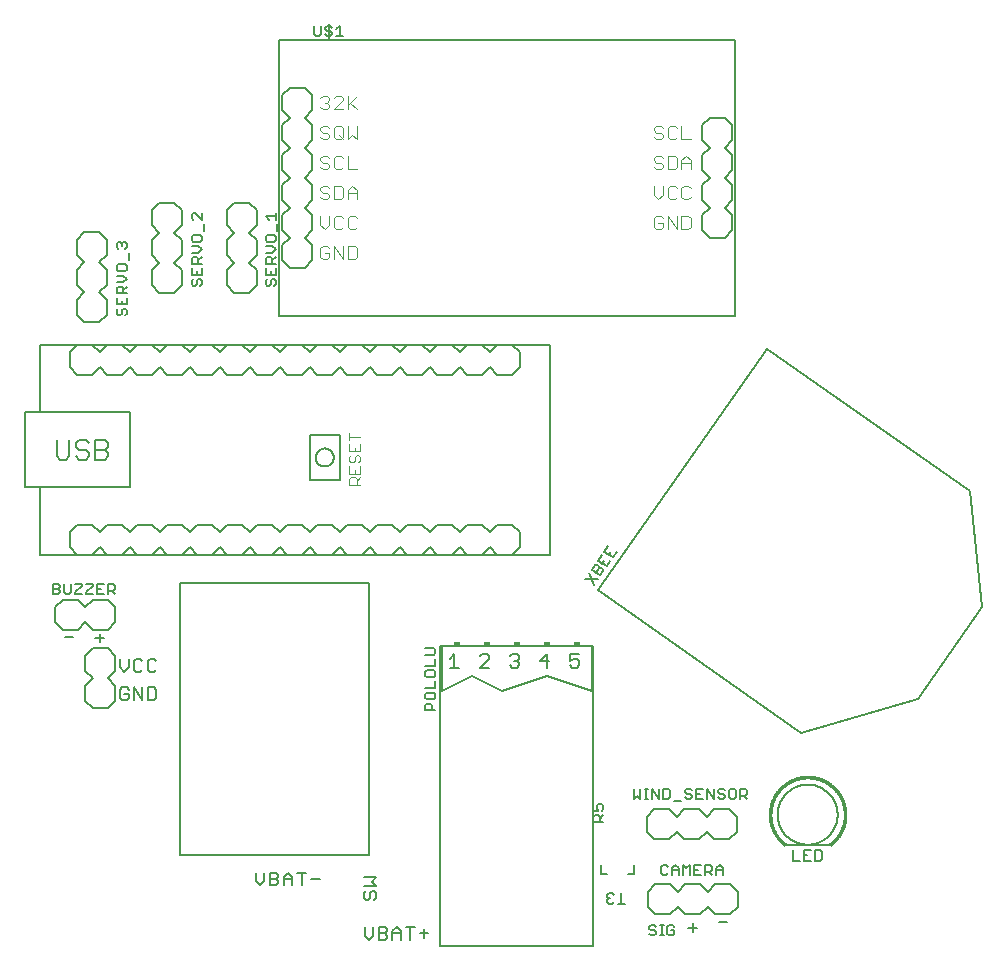
<source format=gto>
G75*
%MOIN*%
%OFA0B0*%
%FSLAX25Y25*%
%IPPOS*%
%LPD*%
%AMOC8*
5,1,8,0,0,1.08239X$1,22.5*
%
%ADD10C,0.00800*%
%ADD11C,0.00600*%
%ADD12C,0.00500*%
%ADD13C,0.00300*%
%ADD14R,0.02000X0.01500*%
%ADD15C,0.00400*%
%ADD16C,0.00100*%
D10*
X0059825Y0042975D02*
X0122817Y0042975D01*
X0122817Y0133526D01*
X0059825Y0133526D01*
X0059825Y0042975D01*
X0085028Y0036948D02*
X0085028Y0034146D01*
X0086430Y0032745D01*
X0087831Y0034146D01*
X0087831Y0036948D01*
X0089632Y0036948D02*
X0091734Y0036948D01*
X0092435Y0036248D01*
X0092435Y0035547D01*
X0091734Y0034847D01*
X0089632Y0034847D01*
X0089632Y0036948D02*
X0089632Y0032745D01*
X0091734Y0032745D01*
X0092435Y0033445D01*
X0092435Y0034146D01*
X0091734Y0034847D01*
X0094236Y0034847D02*
X0097039Y0034847D01*
X0097039Y0035547D02*
X0097039Y0032745D01*
X0097039Y0035547D02*
X0095637Y0036948D01*
X0094236Y0035547D01*
X0094236Y0032745D01*
X0098840Y0036948D02*
X0101643Y0036948D01*
X0100241Y0036948D02*
X0100241Y0032745D01*
X0103444Y0034847D02*
X0106246Y0034847D01*
X0120970Y0035427D02*
X0125173Y0035427D01*
X0123772Y0034026D01*
X0125173Y0032624D01*
X0120970Y0032624D01*
X0121670Y0030823D02*
X0120970Y0030122D01*
X0120970Y0028721D01*
X0121670Y0028020D01*
X0122371Y0028020D01*
X0123071Y0028721D01*
X0123071Y0030122D01*
X0123772Y0030823D01*
X0124473Y0030823D01*
X0125173Y0030122D01*
X0125173Y0028721D01*
X0124473Y0028020D01*
X0124051Y0018838D02*
X0124051Y0016036D01*
X0122650Y0014635D01*
X0121249Y0016036D01*
X0121249Y0018838D01*
X0125853Y0018838D02*
X0125853Y0014635D01*
X0127955Y0014635D01*
X0128655Y0015335D01*
X0128655Y0016036D01*
X0127955Y0016736D01*
X0125853Y0016736D01*
X0127955Y0016736D02*
X0128655Y0017437D01*
X0128655Y0018138D01*
X0127955Y0018838D01*
X0125853Y0018838D01*
X0130457Y0017437D02*
X0130457Y0014635D01*
X0130457Y0016736D02*
X0133259Y0016736D01*
X0133259Y0017437D02*
X0133259Y0014635D01*
X0133259Y0017437D02*
X0131858Y0018838D01*
X0130457Y0017437D01*
X0135061Y0018838D02*
X0137863Y0018838D01*
X0136462Y0018838D02*
X0136462Y0014635D01*
X0139665Y0016736D02*
X0142467Y0016736D01*
X0141066Y0015335D02*
X0141066Y0018138D01*
X0146439Y0012660D02*
X0146439Y0112660D01*
X0197227Y0112660D01*
X0197227Y0012660D01*
X0146439Y0012660D01*
X0229123Y0018705D02*
X0231925Y0018705D01*
X0230524Y0020106D02*
X0230524Y0017304D01*
X0239359Y0020673D02*
X0242161Y0020673D01*
X0261380Y0046361D02*
X0276380Y0046361D01*
X0051763Y0095256D02*
X0051763Y0098059D01*
X0051062Y0098759D01*
X0048961Y0098759D01*
X0048961Y0094556D01*
X0051062Y0094556D01*
X0051763Y0095256D01*
X0047159Y0094556D02*
X0047159Y0098759D01*
X0044357Y0098759D02*
X0044357Y0094556D01*
X0042555Y0095256D02*
X0042555Y0096658D01*
X0041154Y0096658D01*
X0042555Y0098059D02*
X0041855Y0098759D01*
X0040453Y0098759D01*
X0039753Y0098059D01*
X0039753Y0095256D01*
X0040453Y0094556D01*
X0041855Y0094556D01*
X0042555Y0095256D01*
X0044357Y0098759D02*
X0047159Y0094556D01*
X0038054Y0094254D02*
X0038054Y0099254D01*
X0035554Y0101754D01*
X0038054Y0104254D01*
X0038054Y0109254D01*
X0035554Y0111754D01*
X0030554Y0111754D01*
X0028054Y0109254D01*
X0028054Y0104254D01*
X0030554Y0101754D01*
X0028054Y0099254D01*
X0028054Y0094254D01*
X0030554Y0091754D01*
X0035554Y0091754D01*
X0038054Y0094254D01*
X0041154Y0104005D02*
X0042555Y0105406D01*
X0042555Y0108208D01*
X0044357Y0107508D02*
X0044357Y0104705D01*
X0045057Y0104005D01*
X0046458Y0104005D01*
X0047159Y0104705D01*
X0048961Y0104705D02*
X0048961Y0107508D01*
X0049661Y0108208D01*
X0051062Y0108208D01*
X0051763Y0107508D01*
X0051763Y0104705D02*
X0051062Y0104005D01*
X0049661Y0104005D01*
X0048961Y0104705D01*
X0047159Y0107508D02*
X0046458Y0108208D01*
X0045057Y0108208D01*
X0044357Y0107508D01*
X0039753Y0108208D02*
X0039753Y0105406D01*
X0041154Y0104005D01*
X0032886Y0113760D02*
X0032886Y0116563D01*
X0031485Y0115162D02*
X0034287Y0115162D01*
X0035554Y0117896D02*
X0030554Y0117896D01*
X0028054Y0120396D01*
X0025554Y0117896D01*
X0020554Y0117896D01*
X0018054Y0120396D01*
X0018054Y0125396D01*
X0020554Y0127896D01*
X0025554Y0127896D01*
X0028054Y0125396D01*
X0030554Y0127896D01*
X0035554Y0127896D01*
X0038054Y0125396D01*
X0038054Y0120396D01*
X0035554Y0117896D01*
X0024051Y0115555D02*
X0021249Y0115555D01*
D11*
X0021580Y0129877D02*
X0022715Y0129877D01*
X0023282Y0130444D01*
X0023282Y0133280D01*
X0024696Y0133280D02*
X0026965Y0133280D01*
X0026965Y0132713D01*
X0024696Y0130444D01*
X0024696Y0129877D01*
X0026965Y0129877D01*
X0028379Y0129877D02*
X0030648Y0129877D01*
X0032062Y0129877D02*
X0032062Y0133280D01*
X0034331Y0133280D01*
X0035746Y0133280D02*
X0035746Y0129877D01*
X0035746Y0131011D02*
X0037447Y0131011D01*
X0038014Y0131579D01*
X0038014Y0132713D01*
X0037447Y0133280D01*
X0035746Y0133280D01*
X0036880Y0131011D02*
X0038014Y0129877D01*
X0034331Y0129877D02*
X0032062Y0129877D01*
X0032062Y0131579D02*
X0033197Y0131579D01*
X0030648Y0132713D02*
X0030648Y0133280D01*
X0028379Y0133280D01*
X0030648Y0132713D02*
X0028379Y0130444D01*
X0028379Y0129877D01*
X0021580Y0129877D02*
X0021013Y0130444D01*
X0021013Y0133280D01*
X0019599Y0132713D02*
X0019599Y0132146D01*
X0019031Y0131579D01*
X0017330Y0131579D01*
X0017330Y0133280D02*
X0017330Y0129877D01*
X0019031Y0129877D01*
X0019599Y0130444D01*
X0019599Y0131011D01*
X0019031Y0131579D01*
X0019599Y0132713D02*
X0019031Y0133280D01*
X0017330Y0133280D01*
X0019622Y0174723D02*
X0021757Y0174723D01*
X0022825Y0175790D01*
X0022825Y0181128D01*
X0025000Y0180061D02*
X0025000Y0178993D01*
X0026068Y0177926D01*
X0028203Y0177926D01*
X0029270Y0176858D01*
X0029270Y0175790D01*
X0028203Y0174723D01*
X0026068Y0174723D01*
X0025000Y0175790D01*
X0025000Y0180061D02*
X0026068Y0181128D01*
X0028203Y0181128D01*
X0029270Y0180061D01*
X0031446Y0181128D02*
X0031446Y0174723D01*
X0034648Y0174723D01*
X0035716Y0175790D01*
X0035716Y0176858D01*
X0034648Y0177926D01*
X0031446Y0177926D01*
X0031446Y0181128D02*
X0034648Y0181128D01*
X0035716Y0180061D01*
X0035716Y0178993D01*
X0034648Y0177926D01*
X0019622Y0174723D02*
X0018555Y0175790D01*
X0018555Y0181128D01*
X0027823Y0220523D02*
X0032823Y0220523D01*
X0035323Y0223023D01*
X0035323Y0228023D01*
X0032823Y0230523D01*
X0035323Y0233023D01*
X0035323Y0238023D01*
X0032823Y0240523D01*
X0035323Y0243023D01*
X0035323Y0248023D01*
X0032823Y0250523D01*
X0027823Y0250523D01*
X0025323Y0248023D01*
X0025323Y0243023D01*
X0027823Y0240523D01*
X0025323Y0238023D01*
X0025323Y0233023D01*
X0027823Y0230523D01*
X0025323Y0228023D01*
X0025323Y0223023D01*
X0027823Y0220523D01*
X0038573Y0223302D02*
X0039141Y0222735D01*
X0039708Y0222735D01*
X0040275Y0223302D01*
X0040275Y0224436D01*
X0040842Y0225003D01*
X0041409Y0225003D01*
X0041976Y0224436D01*
X0041976Y0223302D01*
X0041409Y0222735D01*
X0038573Y0223302D02*
X0038573Y0224436D01*
X0039141Y0225003D01*
X0038573Y0226418D02*
X0041976Y0226418D01*
X0041976Y0228686D01*
X0041976Y0230101D02*
X0038573Y0230101D01*
X0038573Y0231802D01*
X0039141Y0232370D01*
X0040275Y0232370D01*
X0040842Y0231802D01*
X0040842Y0230101D01*
X0040842Y0231235D02*
X0041976Y0232370D01*
X0040842Y0233784D02*
X0041976Y0234918D01*
X0040842Y0236053D01*
X0038573Y0236053D01*
X0039141Y0237467D02*
X0041409Y0237467D01*
X0041976Y0238034D01*
X0041976Y0239169D01*
X0041409Y0239736D01*
X0039141Y0239736D01*
X0038573Y0239169D01*
X0038573Y0238034D01*
X0039141Y0237467D01*
X0038573Y0233784D02*
X0040842Y0233784D01*
X0038573Y0228686D02*
X0038573Y0226418D01*
X0040275Y0226418D02*
X0040275Y0227552D01*
X0050323Y0232865D02*
X0050323Y0237865D01*
X0052823Y0240365D01*
X0050323Y0242865D01*
X0050323Y0247865D01*
X0052823Y0250365D01*
X0050323Y0252865D01*
X0050323Y0257865D01*
X0052823Y0260365D01*
X0057823Y0260365D01*
X0060323Y0257865D01*
X0060323Y0252865D01*
X0057823Y0250365D01*
X0060323Y0247865D01*
X0060323Y0242865D01*
X0057823Y0240365D01*
X0060323Y0237865D01*
X0060323Y0232865D01*
X0057823Y0230365D01*
X0052823Y0230365D01*
X0050323Y0232865D01*
X0042544Y0241150D02*
X0042544Y0243419D01*
X0041409Y0244834D02*
X0041976Y0245401D01*
X0041976Y0246535D01*
X0041409Y0247102D01*
X0040842Y0247102D01*
X0040275Y0246535D01*
X0040275Y0245968D01*
X0040275Y0246535D02*
X0039708Y0247102D01*
X0039141Y0247102D01*
X0038573Y0246535D01*
X0038573Y0245401D01*
X0039141Y0244834D01*
X0063573Y0245895D02*
X0065842Y0245895D01*
X0066976Y0244761D01*
X0065842Y0243627D01*
X0063573Y0243627D01*
X0064141Y0242212D02*
X0065275Y0242212D01*
X0065842Y0241645D01*
X0065842Y0239943D01*
X0066976Y0239943D02*
X0063573Y0239943D01*
X0063573Y0241645D01*
X0064141Y0242212D01*
X0065842Y0241078D02*
X0066976Y0242212D01*
X0066976Y0238529D02*
X0066976Y0236260D01*
X0063573Y0236260D01*
X0063573Y0238529D01*
X0065275Y0237395D02*
X0065275Y0236260D01*
X0065842Y0234846D02*
X0065275Y0234279D01*
X0065275Y0233144D01*
X0064708Y0232577D01*
X0064141Y0232577D01*
X0063573Y0233144D01*
X0063573Y0234279D01*
X0064141Y0234846D01*
X0065842Y0234846D02*
X0066409Y0234846D01*
X0066976Y0234279D01*
X0066976Y0233144D01*
X0066409Y0232577D01*
X0075323Y0232865D02*
X0075323Y0237865D01*
X0077823Y0240365D01*
X0075323Y0242865D01*
X0075323Y0247865D01*
X0077823Y0250365D01*
X0075323Y0252865D01*
X0075323Y0257865D01*
X0077823Y0260365D01*
X0082823Y0260365D01*
X0085323Y0257865D01*
X0085323Y0252865D01*
X0082823Y0250365D01*
X0085323Y0247865D01*
X0085323Y0242865D01*
X0082823Y0240365D01*
X0085323Y0237865D01*
X0085323Y0232865D01*
X0082823Y0230365D01*
X0077823Y0230365D01*
X0075323Y0232865D01*
X0088180Y0233144D02*
X0088747Y0232577D01*
X0089314Y0232577D01*
X0089881Y0233144D01*
X0089881Y0234279D01*
X0090448Y0234846D01*
X0091016Y0234846D01*
X0091583Y0234279D01*
X0091583Y0233144D01*
X0091016Y0232577D01*
X0088180Y0233144D02*
X0088180Y0234279D01*
X0088747Y0234846D01*
X0088180Y0236260D02*
X0091583Y0236260D01*
X0091583Y0238529D01*
X0091583Y0239943D02*
X0088180Y0239943D01*
X0088180Y0241645D01*
X0088747Y0242212D01*
X0089881Y0242212D01*
X0090448Y0241645D01*
X0090448Y0239943D01*
X0090448Y0241078D02*
X0091583Y0242212D01*
X0090448Y0243627D02*
X0088180Y0243627D01*
X0088180Y0245895D02*
X0090448Y0245895D01*
X0091583Y0244761D01*
X0090448Y0243627D01*
X0091016Y0247310D02*
X0088747Y0247310D01*
X0088180Y0247877D01*
X0088180Y0249011D01*
X0088747Y0249578D01*
X0091016Y0249578D01*
X0091583Y0249011D01*
X0091583Y0247877D01*
X0091016Y0247310D01*
X0092150Y0250993D02*
X0092150Y0253261D01*
X0091583Y0254676D02*
X0091583Y0256945D01*
X0091583Y0255810D02*
X0088180Y0255810D01*
X0089314Y0254676D01*
X0088180Y0238529D02*
X0088180Y0236260D01*
X0089881Y0236260D02*
X0089881Y0237395D01*
X0066976Y0247877D02*
X0066976Y0249011D01*
X0066409Y0249578D01*
X0064141Y0249578D01*
X0063573Y0249011D01*
X0063573Y0247877D01*
X0064141Y0247310D01*
X0066409Y0247310D01*
X0066976Y0247877D01*
X0067544Y0250993D02*
X0067544Y0253261D01*
X0066976Y0254676D02*
X0064708Y0256945D01*
X0064141Y0256945D01*
X0063573Y0256377D01*
X0063573Y0255243D01*
X0064141Y0254676D01*
X0066976Y0254676D02*
X0066976Y0256945D01*
X0105010Y0315873D02*
X0106144Y0315873D01*
X0106712Y0316440D01*
X0106712Y0319276D01*
X0108126Y0318709D02*
X0108693Y0319276D01*
X0109828Y0319276D01*
X0110395Y0318709D01*
X0109828Y0317575D02*
X0108693Y0317575D01*
X0108126Y0318142D01*
X0108126Y0318709D01*
X0109260Y0319843D02*
X0109260Y0315306D01*
X0108693Y0315873D02*
X0109828Y0315873D01*
X0110395Y0316440D01*
X0110395Y0317008D01*
X0109828Y0317575D01*
X0108126Y0316440D02*
X0108693Y0315873D01*
X0111809Y0315873D02*
X0114078Y0315873D01*
X0112944Y0315873D02*
X0112944Y0319276D01*
X0111809Y0318142D01*
X0105010Y0315873D02*
X0104443Y0316440D01*
X0104443Y0319276D01*
X0202480Y0145910D02*
X0201178Y0144051D01*
X0203966Y0142099D01*
X0205267Y0143958D01*
X0203223Y0144004D02*
X0202572Y0143075D01*
X0200367Y0142892D02*
X0199066Y0141034D01*
X0201853Y0139082D01*
X0203155Y0140941D01*
X0201110Y0140987D02*
X0200460Y0140058D01*
X0200113Y0138574D02*
X0200577Y0138249D01*
X0200717Y0137459D01*
X0199741Y0136065D01*
X0196953Y0138017D01*
X0197929Y0139411D01*
X0198719Y0139550D01*
X0199184Y0139225D01*
X0199323Y0138435D01*
X0198347Y0137041D01*
X0199323Y0138435D02*
X0200113Y0138574D01*
X0198930Y0134907D02*
X0194841Y0135000D01*
X0196142Y0136858D02*
X0197628Y0133048D01*
X0196891Y0112617D02*
X0146891Y0112617D01*
X0146891Y0097617D01*
X0156891Y0102617D01*
X0166891Y0097617D01*
X0181891Y0102617D01*
X0196891Y0097617D01*
X0196891Y0112617D01*
X0210873Y0064989D02*
X0210873Y0061586D01*
X0212008Y0062720D01*
X0213142Y0061586D01*
X0213142Y0064989D01*
X0214556Y0064989D02*
X0215691Y0064989D01*
X0215124Y0064989D02*
X0215124Y0061586D01*
X0215691Y0061586D02*
X0214556Y0061586D01*
X0217012Y0061586D02*
X0217012Y0064989D01*
X0219280Y0061586D01*
X0219280Y0064989D01*
X0220695Y0064989D02*
X0222396Y0064989D01*
X0222964Y0064422D01*
X0222964Y0062153D01*
X0222396Y0061586D01*
X0220695Y0061586D01*
X0220695Y0064989D01*
X0224378Y0061019D02*
X0226647Y0061019D01*
X0228061Y0062153D02*
X0228628Y0061586D01*
X0229763Y0061586D01*
X0230330Y0062153D01*
X0230330Y0062720D01*
X0229763Y0063287D01*
X0228628Y0063287D01*
X0228061Y0063854D01*
X0228061Y0064422D01*
X0228628Y0064989D01*
X0229763Y0064989D01*
X0230330Y0064422D01*
X0231744Y0064989D02*
X0231744Y0061586D01*
X0234013Y0061586D01*
X0235428Y0061586D02*
X0235428Y0064989D01*
X0237696Y0061586D01*
X0237696Y0064989D01*
X0239111Y0064422D02*
X0239111Y0063854D01*
X0239678Y0063287D01*
X0240812Y0063287D01*
X0241379Y0062720D01*
X0241379Y0062153D01*
X0240812Y0061586D01*
X0239678Y0061586D01*
X0239111Y0062153D01*
X0239111Y0064422D02*
X0239678Y0064989D01*
X0240812Y0064989D01*
X0241379Y0064422D01*
X0242794Y0064422D02*
X0243361Y0064989D01*
X0244495Y0064989D01*
X0245062Y0064422D01*
X0245062Y0062153D01*
X0244495Y0061586D01*
X0243361Y0061586D01*
X0242794Y0062153D01*
X0242794Y0064422D01*
X0246477Y0064989D02*
X0248178Y0064989D01*
X0248746Y0064422D01*
X0248746Y0063287D01*
X0248178Y0062720D01*
X0246477Y0062720D01*
X0246477Y0061586D02*
X0246477Y0064989D01*
X0247611Y0062720D02*
X0248746Y0061586D01*
X0245298Y0055711D02*
X0242798Y0058211D01*
X0237798Y0058211D01*
X0235298Y0055711D01*
X0232798Y0058211D01*
X0227798Y0058211D01*
X0225298Y0055711D01*
X0222798Y0058211D01*
X0217798Y0058211D01*
X0215298Y0055711D01*
X0215298Y0050711D01*
X0217798Y0048211D01*
X0222798Y0048211D01*
X0225298Y0050711D01*
X0227798Y0048211D01*
X0232798Y0048211D01*
X0235298Y0050711D01*
X0237798Y0048211D01*
X0242798Y0048211D01*
X0245298Y0050711D01*
X0245298Y0055711D01*
X0232879Y0063287D02*
X0231744Y0063287D01*
X0231744Y0064989D02*
X0234013Y0064989D01*
X0233315Y0039583D02*
X0231046Y0039583D01*
X0231046Y0036180D01*
X0233315Y0036180D01*
X0234729Y0036180D02*
X0234729Y0039583D01*
X0236431Y0039583D01*
X0236998Y0039016D01*
X0236998Y0037882D01*
X0236431Y0037315D01*
X0234729Y0037315D01*
X0235864Y0037315D02*
X0236998Y0036180D01*
X0238413Y0036180D02*
X0238413Y0038449D01*
X0239547Y0039583D01*
X0240681Y0038449D01*
X0240681Y0036180D01*
X0240681Y0037882D02*
X0238413Y0037882D01*
X0238123Y0033223D02*
X0243123Y0033223D01*
X0245623Y0030723D01*
X0245623Y0025723D01*
X0243123Y0023223D01*
X0238123Y0023223D01*
X0235623Y0025723D01*
X0233123Y0023223D01*
X0228123Y0023223D01*
X0225623Y0025723D01*
X0223123Y0023223D01*
X0218123Y0023223D01*
X0215623Y0025723D01*
X0215623Y0030723D01*
X0218123Y0033223D01*
X0223123Y0033223D01*
X0225623Y0030723D01*
X0228123Y0033223D01*
X0233123Y0033223D01*
X0235623Y0030723D01*
X0238123Y0033223D01*
X0232181Y0037882D02*
X0231046Y0037882D01*
X0229632Y0039583D02*
X0229632Y0036180D01*
X0227363Y0036180D02*
X0227363Y0039583D01*
X0228497Y0038449D01*
X0229632Y0039583D01*
X0225949Y0038449D02*
X0225949Y0036180D01*
X0225949Y0037882D02*
X0223680Y0037882D01*
X0223680Y0038449D02*
X0224814Y0039583D01*
X0225949Y0038449D01*
X0223680Y0038449D02*
X0223680Y0036180D01*
X0222265Y0036747D02*
X0221698Y0036180D01*
X0220564Y0036180D01*
X0219997Y0036747D01*
X0219997Y0039016D01*
X0220564Y0039583D01*
X0221698Y0039583D01*
X0222265Y0039016D01*
X0211094Y0039638D02*
X0211094Y0036438D01*
X0208894Y0036438D01*
X0206816Y0030116D02*
X0206816Y0026713D01*
X0207950Y0026713D02*
X0205682Y0026713D01*
X0204267Y0027280D02*
X0203700Y0026713D01*
X0202566Y0026713D01*
X0201999Y0027280D01*
X0201999Y0027847D01*
X0202566Y0028414D01*
X0201999Y0028981D01*
X0201999Y0029549D01*
X0202566Y0030116D01*
X0203700Y0030116D01*
X0204267Y0029549D01*
X0203133Y0028414D02*
X0202566Y0028414D01*
X0202094Y0036438D02*
X0199894Y0036438D01*
X0199894Y0039638D01*
X0199666Y0053842D02*
X0199666Y0055543D01*
X0199099Y0056110D01*
X0197965Y0056110D01*
X0197398Y0055543D01*
X0197398Y0053842D01*
X0200801Y0053842D01*
X0199666Y0054976D02*
X0200801Y0056110D01*
X0200234Y0057525D02*
X0200801Y0058092D01*
X0200801Y0059226D01*
X0200234Y0059793D01*
X0199099Y0059793D01*
X0198532Y0059226D01*
X0198532Y0058659D01*
X0199099Y0057525D01*
X0197398Y0057525D01*
X0197398Y0059793D01*
X0216598Y0019512D02*
X0216031Y0018945D01*
X0216031Y0018378D01*
X0216598Y0017811D01*
X0217732Y0017811D01*
X0218299Y0017244D01*
X0218299Y0016677D01*
X0217732Y0016109D01*
X0216598Y0016109D01*
X0216031Y0016677D01*
X0216598Y0019512D02*
X0217732Y0019512D01*
X0218299Y0018945D01*
X0219714Y0019512D02*
X0220848Y0019512D01*
X0220281Y0019512D02*
X0220281Y0016109D01*
X0219714Y0016109D02*
X0220848Y0016109D01*
X0222169Y0016677D02*
X0222169Y0018945D01*
X0222736Y0019512D01*
X0223871Y0019512D01*
X0224438Y0018945D01*
X0224438Y0017811D02*
X0223304Y0017811D01*
X0224438Y0017811D02*
X0224438Y0016677D01*
X0223871Y0016109D01*
X0222736Y0016109D01*
X0222169Y0016677D01*
X0263964Y0041044D02*
X0266232Y0041044D01*
X0267647Y0041044D02*
X0269916Y0041044D01*
X0271330Y0041044D02*
X0273032Y0041044D01*
X0273599Y0041611D01*
X0273599Y0043880D01*
X0273032Y0044447D01*
X0271330Y0044447D01*
X0271330Y0041044D01*
X0268781Y0042746D02*
X0267647Y0042746D01*
X0267647Y0044447D02*
X0267647Y0041044D01*
X0267647Y0044447D02*
X0269916Y0044447D01*
X0263964Y0044447D02*
X0263964Y0041044D01*
X0258880Y0056361D02*
X0258883Y0056606D01*
X0258892Y0056852D01*
X0258907Y0057097D01*
X0258928Y0057341D01*
X0258955Y0057585D01*
X0258988Y0057828D01*
X0259027Y0058071D01*
X0259072Y0058312D01*
X0259123Y0058552D01*
X0259180Y0058791D01*
X0259242Y0059028D01*
X0259311Y0059264D01*
X0259385Y0059498D01*
X0259465Y0059730D01*
X0259550Y0059960D01*
X0259641Y0060188D01*
X0259738Y0060413D01*
X0259840Y0060637D01*
X0259948Y0060857D01*
X0260061Y0061075D01*
X0260179Y0061290D01*
X0260303Y0061502D01*
X0260431Y0061711D01*
X0260565Y0061917D01*
X0260704Y0062119D01*
X0260848Y0062318D01*
X0260997Y0062513D01*
X0261150Y0062705D01*
X0261308Y0062893D01*
X0261470Y0063077D01*
X0261638Y0063256D01*
X0261809Y0063432D01*
X0261985Y0063603D01*
X0262164Y0063771D01*
X0262348Y0063933D01*
X0262536Y0064091D01*
X0262728Y0064244D01*
X0262923Y0064393D01*
X0263122Y0064537D01*
X0263324Y0064676D01*
X0263530Y0064810D01*
X0263739Y0064938D01*
X0263951Y0065062D01*
X0264166Y0065180D01*
X0264384Y0065293D01*
X0264604Y0065401D01*
X0264828Y0065503D01*
X0265053Y0065600D01*
X0265281Y0065691D01*
X0265511Y0065776D01*
X0265743Y0065856D01*
X0265977Y0065930D01*
X0266213Y0065999D01*
X0266450Y0066061D01*
X0266689Y0066118D01*
X0266929Y0066169D01*
X0267170Y0066214D01*
X0267413Y0066253D01*
X0267656Y0066286D01*
X0267900Y0066313D01*
X0268144Y0066334D01*
X0268389Y0066349D01*
X0268635Y0066358D01*
X0268880Y0066361D01*
X0269125Y0066358D01*
X0269371Y0066349D01*
X0269616Y0066334D01*
X0269860Y0066313D01*
X0270104Y0066286D01*
X0270347Y0066253D01*
X0270590Y0066214D01*
X0270831Y0066169D01*
X0271071Y0066118D01*
X0271310Y0066061D01*
X0271547Y0065999D01*
X0271783Y0065930D01*
X0272017Y0065856D01*
X0272249Y0065776D01*
X0272479Y0065691D01*
X0272707Y0065600D01*
X0272932Y0065503D01*
X0273156Y0065401D01*
X0273376Y0065293D01*
X0273594Y0065180D01*
X0273809Y0065062D01*
X0274021Y0064938D01*
X0274230Y0064810D01*
X0274436Y0064676D01*
X0274638Y0064537D01*
X0274837Y0064393D01*
X0275032Y0064244D01*
X0275224Y0064091D01*
X0275412Y0063933D01*
X0275596Y0063771D01*
X0275775Y0063603D01*
X0275951Y0063432D01*
X0276122Y0063256D01*
X0276290Y0063077D01*
X0276452Y0062893D01*
X0276610Y0062705D01*
X0276763Y0062513D01*
X0276912Y0062318D01*
X0277056Y0062119D01*
X0277195Y0061917D01*
X0277329Y0061711D01*
X0277457Y0061502D01*
X0277581Y0061290D01*
X0277699Y0061075D01*
X0277812Y0060857D01*
X0277920Y0060637D01*
X0278022Y0060413D01*
X0278119Y0060188D01*
X0278210Y0059960D01*
X0278295Y0059730D01*
X0278375Y0059498D01*
X0278449Y0059264D01*
X0278518Y0059028D01*
X0278580Y0058791D01*
X0278637Y0058552D01*
X0278688Y0058312D01*
X0278733Y0058071D01*
X0278772Y0057828D01*
X0278805Y0057585D01*
X0278832Y0057341D01*
X0278853Y0057097D01*
X0278868Y0056852D01*
X0278877Y0056606D01*
X0278880Y0056361D01*
X0278877Y0056116D01*
X0278868Y0055870D01*
X0278853Y0055625D01*
X0278832Y0055381D01*
X0278805Y0055137D01*
X0278772Y0054894D01*
X0278733Y0054651D01*
X0278688Y0054410D01*
X0278637Y0054170D01*
X0278580Y0053931D01*
X0278518Y0053694D01*
X0278449Y0053458D01*
X0278375Y0053224D01*
X0278295Y0052992D01*
X0278210Y0052762D01*
X0278119Y0052534D01*
X0278022Y0052309D01*
X0277920Y0052085D01*
X0277812Y0051865D01*
X0277699Y0051647D01*
X0277581Y0051432D01*
X0277457Y0051220D01*
X0277329Y0051011D01*
X0277195Y0050805D01*
X0277056Y0050603D01*
X0276912Y0050404D01*
X0276763Y0050209D01*
X0276610Y0050017D01*
X0276452Y0049829D01*
X0276290Y0049645D01*
X0276122Y0049466D01*
X0275951Y0049290D01*
X0275775Y0049119D01*
X0275596Y0048951D01*
X0275412Y0048789D01*
X0275224Y0048631D01*
X0275032Y0048478D01*
X0274837Y0048329D01*
X0274638Y0048185D01*
X0274436Y0048046D01*
X0274230Y0047912D01*
X0274021Y0047784D01*
X0273809Y0047660D01*
X0273594Y0047542D01*
X0273376Y0047429D01*
X0273156Y0047321D01*
X0272932Y0047219D01*
X0272707Y0047122D01*
X0272479Y0047031D01*
X0272249Y0046946D01*
X0272017Y0046866D01*
X0271783Y0046792D01*
X0271547Y0046723D01*
X0271310Y0046661D01*
X0271071Y0046604D01*
X0270831Y0046553D01*
X0270590Y0046508D01*
X0270347Y0046469D01*
X0270104Y0046436D01*
X0269860Y0046409D01*
X0269616Y0046388D01*
X0269371Y0046373D01*
X0269125Y0046364D01*
X0268880Y0046361D01*
X0268635Y0046364D01*
X0268389Y0046373D01*
X0268144Y0046388D01*
X0267900Y0046409D01*
X0267656Y0046436D01*
X0267413Y0046469D01*
X0267170Y0046508D01*
X0266929Y0046553D01*
X0266689Y0046604D01*
X0266450Y0046661D01*
X0266213Y0046723D01*
X0265977Y0046792D01*
X0265743Y0046866D01*
X0265511Y0046946D01*
X0265281Y0047031D01*
X0265053Y0047122D01*
X0264828Y0047219D01*
X0264604Y0047321D01*
X0264384Y0047429D01*
X0264166Y0047542D01*
X0263951Y0047660D01*
X0263739Y0047784D01*
X0263530Y0047912D01*
X0263324Y0048046D01*
X0263122Y0048185D01*
X0262923Y0048329D01*
X0262728Y0048478D01*
X0262536Y0048631D01*
X0262348Y0048789D01*
X0262164Y0048951D01*
X0261985Y0049119D01*
X0261809Y0049290D01*
X0261638Y0049466D01*
X0261470Y0049645D01*
X0261308Y0049829D01*
X0261150Y0050017D01*
X0260997Y0050209D01*
X0260848Y0050404D01*
X0260704Y0050603D01*
X0260565Y0050805D01*
X0260431Y0051011D01*
X0260303Y0051220D01*
X0260179Y0051432D01*
X0260061Y0051647D01*
X0259948Y0051865D01*
X0259840Y0052085D01*
X0259738Y0052309D01*
X0259641Y0052534D01*
X0259550Y0052762D01*
X0259465Y0052992D01*
X0259385Y0053224D01*
X0259311Y0053458D01*
X0259242Y0053694D01*
X0259180Y0053931D01*
X0259123Y0054170D01*
X0259072Y0054410D01*
X0259027Y0054651D01*
X0258988Y0054894D01*
X0258955Y0055137D01*
X0258928Y0055381D01*
X0258907Y0055625D01*
X0258892Y0055870D01*
X0258883Y0056116D01*
X0258880Y0056361D01*
X0144843Y0091108D02*
X0141440Y0091108D01*
X0141440Y0092809D01*
X0142008Y0093376D01*
X0143142Y0093376D01*
X0143709Y0092809D01*
X0143709Y0091108D01*
X0144276Y0094791D02*
X0144843Y0095358D01*
X0144843Y0096492D01*
X0144276Y0097060D01*
X0142008Y0097060D01*
X0141440Y0096492D01*
X0141440Y0095358D01*
X0142008Y0094791D01*
X0144276Y0094791D01*
X0144843Y0098474D02*
X0141440Y0098474D01*
X0144843Y0098474D02*
X0144843Y0100743D01*
X0144276Y0102157D02*
X0144843Y0102724D01*
X0144843Y0103859D01*
X0144276Y0104426D01*
X0142008Y0104426D01*
X0141440Y0103859D01*
X0141440Y0102724D01*
X0142008Y0102157D01*
X0144276Y0102157D01*
X0144843Y0105840D02*
X0141440Y0105840D01*
X0144843Y0105840D02*
X0144843Y0108109D01*
X0144276Y0109524D02*
X0141440Y0109524D01*
X0141440Y0111792D02*
X0144276Y0111792D01*
X0144843Y0111225D01*
X0144843Y0110091D01*
X0144276Y0109524D01*
D12*
X0149641Y0108370D02*
X0151142Y0109871D01*
X0151142Y0105367D01*
X0149641Y0105367D02*
X0152643Y0105367D01*
X0159641Y0105367D02*
X0162643Y0108370D01*
X0162643Y0109121D01*
X0161892Y0109871D01*
X0160391Y0109871D01*
X0159641Y0109121D01*
X0159641Y0105367D02*
X0162643Y0105367D01*
X0169641Y0106118D02*
X0170391Y0105367D01*
X0171892Y0105367D01*
X0172643Y0106118D01*
X0172643Y0106869D01*
X0171892Y0107619D01*
X0171142Y0107619D01*
X0171892Y0107619D02*
X0172643Y0108370D01*
X0172643Y0109121D01*
X0171892Y0109871D01*
X0170391Y0109871D01*
X0169641Y0109121D01*
X0179641Y0107619D02*
X0182643Y0107619D01*
X0181892Y0105367D02*
X0181892Y0109871D01*
X0179641Y0107619D01*
X0189641Y0107619D02*
X0191142Y0108370D01*
X0191892Y0108370D01*
X0192643Y0107619D01*
X0192643Y0106118D01*
X0191892Y0105367D01*
X0190391Y0105367D01*
X0189641Y0106118D01*
X0189641Y0107619D02*
X0189641Y0109871D01*
X0192643Y0109871D01*
X0198909Y0131099D02*
X0266634Y0083677D01*
X0305662Y0094799D01*
X0327114Y0125437D01*
X0323088Y0164302D01*
X0255363Y0211724D01*
X0198909Y0131099D01*
X0182923Y0142923D02*
X0165423Y0142923D01*
X0162923Y0145423D01*
X0160423Y0142923D01*
X0165423Y0142923D01*
X0160423Y0142923D02*
X0155423Y0142923D01*
X0152923Y0145423D01*
X0150423Y0142923D01*
X0155423Y0142923D01*
X0150423Y0142923D02*
X0145423Y0142923D01*
X0142923Y0145423D01*
X0140423Y0142923D01*
X0145423Y0142923D01*
X0140423Y0142923D02*
X0135423Y0142923D01*
X0132923Y0145423D01*
X0130423Y0142923D01*
X0135423Y0142923D01*
X0130423Y0142923D02*
X0125423Y0142923D01*
X0122923Y0145423D01*
X0120423Y0142923D01*
X0125423Y0142923D01*
X0120423Y0142923D02*
X0115423Y0142923D01*
X0112923Y0145423D01*
X0110423Y0142923D01*
X0115423Y0142923D01*
X0110423Y0142923D02*
X0105423Y0142923D01*
X0102923Y0145423D01*
X0100423Y0142923D01*
X0105423Y0142923D01*
X0100423Y0142923D02*
X0095423Y0142923D01*
X0092923Y0145423D01*
X0090423Y0142923D01*
X0095423Y0142923D01*
X0090423Y0142923D02*
X0085423Y0142923D01*
X0082923Y0145423D01*
X0080423Y0142923D01*
X0085423Y0142923D01*
X0080423Y0142923D02*
X0075423Y0142923D01*
X0072923Y0145423D01*
X0070423Y0142923D01*
X0075423Y0142923D01*
X0070423Y0142923D02*
X0065423Y0142923D01*
X0062923Y0145423D01*
X0060423Y0142923D01*
X0050423Y0142923D01*
X0052923Y0145423D01*
X0055423Y0142923D01*
X0060423Y0142923D02*
X0065423Y0142923D01*
X0062923Y0150423D02*
X0060423Y0152923D01*
X0055423Y0152923D01*
X0052923Y0150423D01*
X0050423Y0152923D01*
X0045423Y0152923D01*
X0042923Y0150423D01*
X0040423Y0152923D01*
X0035423Y0152923D01*
X0032923Y0150423D01*
X0030423Y0152923D01*
X0025423Y0152923D01*
X0022923Y0150423D01*
X0022923Y0145423D01*
X0025423Y0142923D01*
X0030423Y0142923D01*
X0032923Y0145423D01*
X0035423Y0142923D01*
X0040423Y0142923D01*
X0042923Y0145423D01*
X0045423Y0142923D01*
X0050423Y0142923D01*
X0045423Y0142923D02*
X0040423Y0142923D01*
X0035423Y0142923D02*
X0030423Y0142923D01*
X0025423Y0142923D02*
X0012923Y0142923D01*
X0012923Y0165423D01*
X0007923Y0165423D01*
X0007923Y0190423D01*
X0012923Y0190423D01*
X0042923Y0190423D01*
X0042923Y0165423D01*
X0012923Y0165423D01*
X0012923Y0190423D02*
X0012923Y0212923D01*
X0025423Y0212923D01*
X0022923Y0210423D01*
X0022923Y0205423D01*
X0025423Y0202923D01*
X0030423Y0202923D01*
X0032923Y0205423D01*
X0035423Y0202923D01*
X0040423Y0202923D01*
X0042923Y0205423D01*
X0045423Y0202923D01*
X0050423Y0202923D01*
X0052923Y0205423D01*
X0055423Y0202923D01*
X0060423Y0202923D01*
X0062923Y0205423D01*
X0065423Y0202923D01*
X0070423Y0202923D01*
X0072923Y0205423D01*
X0075423Y0202923D01*
X0080423Y0202923D01*
X0082923Y0205423D01*
X0085423Y0202923D01*
X0090423Y0202923D01*
X0092923Y0205423D01*
X0095423Y0202923D01*
X0100423Y0202923D01*
X0102923Y0205423D01*
X0105423Y0202923D01*
X0110423Y0202923D01*
X0112923Y0205423D01*
X0115423Y0202923D01*
X0120423Y0202923D01*
X0122923Y0205423D01*
X0125423Y0202923D01*
X0130423Y0202923D01*
X0132923Y0205423D01*
X0135423Y0202923D01*
X0140423Y0202923D01*
X0142923Y0205423D01*
X0145423Y0202923D01*
X0150423Y0202923D01*
X0152923Y0205423D01*
X0155423Y0202923D01*
X0160423Y0202923D01*
X0162923Y0205423D01*
X0165423Y0202923D01*
X0170423Y0202923D01*
X0172923Y0205423D01*
X0172923Y0210423D01*
X0170423Y0212923D01*
X0165423Y0212923D02*
X0162923Y0210423D01*
X0160423Y0212923D01*
X0145423Y0212923D01*
X0142923Y0210423D01*
X0140423Y0212923D01*
X0135423Y0212923D02*
X0132923Y0210423D01*
X0130423Y0212923D01*
X0125423Y0212923D02*
X0122923Y0210423D01*
X0120423Y0212923D01*
X0115423Y0212923D02*
X0112923Y0210423D01*
X0110423Y0212923D01*
X0105423Y0212923D02*
X0102923Y0210423D01*
X0100423Y0212923D01*
X0095423Y0212923D02*
X0092923Y0210423D01*
X0090423Y0212923D01*
X0085423Y0212923D02*
X0082923Y0210423D01*
X0080423Y0212923D01*
X0050423Y0212923D01*
X0052923Y0210423D01*
X0055423Y0212923D01*
X0060423Y0212923D02*
X0062923Y0210423D01*
X0065423Y0212923D01*
X0070423Y0212923D02*
X0072923Y0210423D01*
X0075423Y0212923D01*
X0080423Y0212923D02*
X0145423Y0212923D01*
X0150423Y0212923D02*
X0152923Y0210423D01*
X0155423Y0212923D01*
X0160423Y0212923D02*
X0182923Y0212923D01*
X0182923Y0190423D01*
X0182923Y0165423D01*
X0182923Y0142923D01*
X0172923Y0145423D02*
X0172923Y0150423D01*
X0170423Y0152923D01*
X0165423Y0152923D01*
X0162923Y0150423D01*
X0160423Y0152923D01*
X0155423Y0152923D01*
X0152923Y0150423D01*
X0150423Y0152923D01*
X0145423Y0152923D01*
X0142923Y0150423D01*
X0140423Y0152923D01*
X0135423Y0152923D01*
X0132923Y0150423D01*
X0130423Y0152923D01*
X0125423Y0152923D01*
X0122923Y0150423D01*
X0120423Y0152923D01*
X0115423Y0152923D01*
X0112923Y0150423D01*
X0110423Y0152923D01*
X0105423Y0152923D01*
X0102923Y0150423D01*
X0100423Y0152923D01*
X0095423Y0152923D01*
X0092923Y0150423D01*
X0090423Y0152923D01*
X0085423Y0152923D01*
X0082923Y0150423D01*
X0080423Y0152923D01*
X0075423Y0152923D01*
X0072923Y0150423D01*
X0070423Y0152923D01*
X0065423Y0152923D01*
X0062923Y0150423D01*
X0102923Y0167923D02*
X0102923Y0182923D01*
X0112923Y0182923D01*
X0112923Y0167923D01*
X0102923Y0167923D01*
X0104923Y0175423D02*
X0104925Y0175532D01*
X0104931Y0175641D01*
X0104941Y0175749D01*
X0104955Y0175857D01*
X0104972Y0175965D01*
X0104994Y0176072D01*
X0105019Y0176178D01*
X0105049Y0176282D01*
X0105082Y0176386D01*
X0105119Y0176489D01*
X0105159Y0176590D01*
X0105203Y0176689D01*
X0105251Y0176787D01*
X0105303Y0176884D01*
X0105357Y0176978D01*
X0105415Y0177070D01*
X0105477Y0177160D01*
X0105542Y0177247D01*
X0105609Y0177333D01*
X0105680Y0177416D01*
X0105754Y0177496D01*
X0105831Y0177573D01*
X0105910Y0177648D01*
X0105992Y0177719D01*
X0106077Y0177788D01*
X0106164Y0177853D01*
X0106253Y0177916D01*
X0106345Y0177974D01*
X0106439Y0178030D01*
X0106534Y0178082D01*
X0106632Y0178131D01*
X0106731Y0178176D01*
X0106832Y0178218D01*
X0106934Y0178255D01*
X0107037Y0178289D01*
X0107142Y0178320D01*
X0107248Y0178346D01*
X0107354Y0178369D01*
X0107462Y0178387D01*
X0107570Y0178402D01*
X0107678Y0178413D01*
X0107787Y0178420D01*
X0107896Y0178423D01*
X0108005Y0178422D01*
X0108114Y0178417D01*
X0108222Y0178408D01*
X0108330Y0178395D01*
X0108438Y0178378D01*
X0108545Y0178358D01*
X0108651Y0178333D01*
X0108756Y0178305D01*
X0108860Y0178273D01*
X0108963Y0178237D01*
X0109065Y0178197D01*
X0109165Y0178154D01*
X0109263Y0178107D01*
X0109360Y0178057D01*
X0109454Y0178003D01*
X0109547Y0177945D01*
X0109638Y0177885D01*
X0109726Y0177821D01*
X0109812Y0177754D01*
X0109895Y0177684D01*
X0109976Y0177611D01*
X0110054Y0177535D01*
X0110129Y0177456D01*
X0110202Y0177374D01*
X0110271Y0177290D01*
X0110337Y0177204D01*
X0110400Y0177115D01*
X0110460Y0177024D01*
X0110517Y0176931D01*
X0110570Y0176836D01*
X0110619Y0176739D01*
X0110665Y0176640D01*
X0110707Y0176540D01*
X0110746Y0176438D01*
X0110781Y0176334D01*
X0110812Y0176230D01*
X0110840Y0176125D01*
X0110863Y0176018D01*
X0110883Y0175911D01*
X0110899Y0175803D01*
X0110911Y0175695D01*
X0110919Y0175586D01*
X0110923Y0175477D01*
X0110923Y0175369D01*
X0110919Y0175260D01*
X0110911Y0175151D01*
X0110899Y0175043D01*
X0110883Y0174935D01*
X0110863Y0174828D01*
X0110840Y0174721D01*
X0110812Y0174616D01*
X0110781Y0174512D01*
X0110746Y0174408D01*
X0110707Y0174306D01*
X0110665Y0174206D01*
X0110619Y0174107D01*
X0110570Y0174010D01*
X0110517Y0173915D01*
X0110460Y0173822D01*
X0110400Y0173731D01*
X0110337Y0173642D01*
X0110271Y0173556D01*
X0110202Y0173472D01*
X0110129Y0173390D01*
X0110054Y0173311D01*
X0109976Y0173235D01*
X0109895Y0173162D01*
X0109812Y0173092D01*
X0109726Y0173025D01*
X0109638Y0172961D01*
X0109547Y0172901D01*
X0109454Y0172843D01*
X0109360Y0172789D01*
X0109263Y0172739D01*
X0109165Y0172692D01*
X0109065Y0172649D01*
X0108963Y0172609D01*
X0108860Y0172573D01*
X0108756Y0172541D01*
X0108651Y0172513D01*
X0108545Y0172488D01*
X0108438Y0172468D01*
X0108330Y0172451D01*
X0108222Y0172438D01*
X0108114Y0172429D01*
X0108005Y0172424D01*
X0107896Y0172423D01*
X0107787Y0172426D01*
X0107678Y0172433D01*
X0107570Y0172444D01*
X0107462Y0172459D01*
X0107354Y0172477D01*
X0107248Y0172500D01*
X0107142Y0172526D01*
X0107037Y0172557D01*
X0106934Y0172591D01*
X0106832Y0172628D01*
X0106731Y0172670D01*
X0106632Y0172715D01*
X0106534Y0172764D01*
X0106439Y0172816D01*
X0106345Y0172872D01*
X0106253Y0172930D01*
X0106164Y0172993D01*
X0106077Y0173058D01*
X0105992Y0173127D01*
X0105910Y0173198D01*
X0105831Y0173273D01*
X0105754Y0173350D01*
X0105680Y0173430D01*
X0105609Y0173513D01*
X0105542Y0173599D01*
X0105477Y0173686D01*
X0105415Y0173776D01*
X0105357Y0173868D01*
X0105303Y0173962D01*
X0105251Y0174059D01*
X0105203Y0174157D01*
X0105159Y0174256D01*
X0105119Y0174357D01*
X0105082Y0174460D01*
X0105049Y0174564D01*
X0105019Y0174668D01*
X0104994Y0174774D01*
X0104972Y0174881D01*
X0104955Y0174989D01*
X0104941Y0175097D01*
X0104931Y0175205D01*
X0104925Y0175314D01*
X0104923Y0175423D01*
X0092723Y0222723D02*
X0092723Y0314723D01*
X0244723Y0314723D01*
X0244723Y0222723D01*
X0092723Y0222723D01*
X0096223Y0238723D02*
X0093723Y0241223D01*
X0093723Y0246223D01*
X0096223Y0248723D01*
X0093723Y0251223D01*
X0093723Y0256223D01*
X0096223Y0258723D01*
X0093723Y0261223D01*
X0093723Y0266223D01*
X0096223Y0268723D01*
X0093723Y0271223D01*
X0093723Y0276223D01*
X0096223Y0278723D01*
X0093723Y0281223D01*
X0093723Y0286223D01*
X0096223Y0288723D01*
X0093723Y0291223D01*
X0093723Y0296223D01*
X0096223Y0298723D01*
X0101223Y0298723D01*
X0103723Y0296223D01*
X0103723Y0291223D01*
X0101223Y0288723D01*
X0103723Y0286223D01*
X0103723Y0281223D01*
X0101223Y0278723D01*
X0103723Y0276223D01*
X0103723Y0271223D01*
X0101223Y0268723D01*
X0103723Y0266223D01*
X0103723Y0261223D01*
X0101223Y0258723D01*
X0103723Y0256223D01*
X0103723Y0251223D01*
X0101223Y0248723D01*
X0103723Y0246223D01*
X0103723Y0241223D01*
X0101223Y0238723D01*
X0096223Y0238723D01*
X0050423Y0212923D02*
X0045423Y0212923D01*
X0042923Y0210423D01*
X0040423Y0212923D01*
X0035423Y0212923D01*
X0032923Y0210423D01*
X0030423Y0212923D01*
X0025423Y0212923D01*
X0030423Y0212923D02*
X0035423Y0212923D01*
X0040423Y0212923D02*
X0045423Y0212923D01*
X0170423Y0142923D02*
X0172923Y0145423D01*
X0236223Y0248723D02*
X0233723Y0251223D01*
X0233723Y0256223D01*
X0236223Y0258723D01*
X0233723Y0261223D01*
X0233723Y0266223D01*
X0236223Y0268723D01*
X0233723Y0271223D01*
X0233723Y0276223D01*
X0236223Y0278723D01*
X0233723Y0281223D01*
X0233723Y0286223D01*
X0236223Y0288723D01*
X0241223Y0288723D01*
X0243723Y0286223D01*
X0243723Y0281223D01*
X0241223Y0278723D01*
X0243723Y0276223D01*
X0243723Y0271223D01*
X0241223Y0268723D01*
X0243723Y0266223D01*
X0243723Y0261223D01*
X0241223Y0258723D01*
X0243723Y0256223D01*
X0243723Y0251223D01*
X0241223Y0248723D01*
X0236223Y0248723D01*
D13*
X0119773Y0182332D02*
X0116070Y0182332D01*
X0116070Y0181098D02*
X0116070Y0183566D01*
X0116070Y0179883D02*
X0116070Y0177414D01*
X0119773Y0177414D01*
X0119773Y0179883D01*
X0117921Y0178649D02*
X0117921Y0177414D01*
X0118538Y0176200D02*
X0119156Y0176200D01*
X0119773Y0175583D01*
X0119773Y0174348D01*
X0119156Y0173731D01*
X0119773Y0172517D02*
X0119773Y0170048D01*
X0116070Y0170048D01*
X0116070Y0172517D01*
X0116687Y0173731D02*
X0117304Y0173731D01*
X0117921Y0174348D01*
X0117921Y0175583D01*
X0118538Y0176200D01*
X0116687Y0176200D02*
X0116070Y0175583D01*
X0116070Y0174348D01*
X0116687Y0173731D01*
X0117921Y0171283D02*
X0117921Y0170048D01*
X0117921Y0168834D02*
X0118538Y0168217D01*
X0118538Y0166365D01*
X0118538Y0167599D02*
X0119773Y0168834D01*
X0117921Y0168834D02*
X0116687Y0168834D01*
X0116070Y0168217D01*
X0116070Y0166365D01*
X0119773Y0166365D01*
D14*
X0151891Y0113367D03*
X0161891Y0113367D03*
X0171891Y0113367D03*
X0181891Y0113367D03*
X0191891Y0113367D03*
D15*
X0117933Y0241423D02*
X0115631Y0241423D01*
X0115631Y0246027D01*
X0117933Y0246027D01*
X0118700Y0245259D01*
X0118700Y0242190D01*
X0117933Y0241423D01*
X0114096Y0241423D02*
X0114096Y0246027D01*
X0111027Y0246027D02*
X0114096Y0241423D01*
X0111027Y0241423D02*
X0111027Y0246027D01*
X0109492Y0245259D02*
X0108725Y0246027D01*
X0107190Y0246027D01*
X0106423Y0245259D01*
X0106423Y0242190D01*
X0107190Y0241423D01*
X0108725Y0241423D01*
X0109492Y0242190D01*
X0109492Y0243725D01*
X0107957Y0243725D01*
X0107957Y0251423D02*
X0109492Y0252957D01*
X0109492Y0256027D01*
X0111027Y0255259D02*
X0111027Y0252190D01*
X0111794Y0251423D01*
X0113329Y0251423D01*
X0114096Y0252190D01*
X0115631Y0252190D02*
X0116398Y0251423D01*
X0117933Y0251423D01*
X0118700Y0252190D01*
X0115631Y0252190D02*
X0115631Y0255259D01*
X0116398Y0256027D01*
X0117933Y0256027D01*
X0118700Y0255259D01*
X0114096Y0255259D02*
X0113329Y0256027D01*
X0111794Y0256027D01*
X0111027Y0255259D01*
X0107957Y0251423D02*
X0106423Y0252957D01*
X0106423Y0256027D01*
X0107190Y0261423D02*
X0106423Y0262190D01*
X0107190Y0261423D02*
X0108725Y0261423D01*
X0109492Y0262190D01*
X0109492Y0262957D01*
X0108725Y0263725D01*
X0107190Y0263725D01*
X0106423Y0264492D01*
X0106423Y0265259D01*
X0107190Y0266027D01*
X0108725Y0266027D01*
X0109492Y0265259D01*
X0111027Y0266027D02*
X0111027Y0261423D01*
X0113329Y0261423D01*
X0114096Y0262190D01*
X0114096Y0265259D01*
X0113329Y0266027D01*
X0111027Y0266027D01*
X0115631Y0264492D02*
X0115631Y0261423D01*
X0115631Y0263725D02*
X0118700Y0263725D01*
X0118700Y0264492D02*
X0118700Y0261423D01*
X0118700Y0264492D02*
X0117165Y0266027D01*
X0115631Y0264492D01*
X0115631Y0271423D02*
X0118700Y0271423D01*
X0115631Y0271423D02*
X0115631Y0276027D01*
X0114096Y0275259D02*
X0113329Y0276027D01*
X0111794Y0276027D01*
X0111027Y0275259D01*
X0111027Y0272190D01*
X0111794Y0271423D01*
X0113329Y0271423D01*
X0114096Y0272190D01*
X0109492Y0272190D02*
X0108725Y0271423D01*
X0107190Y0271423D01*
X0106423Y0272190D01*
X0107190Y0273725D02*
X0106423Y0274492D01*
X0106423Y0275259D01*
X0107190Y0276027D01*
X0108725Y0276027D01*
X0109492Y0275259D01*
X0108725Y0273725D02*
X0109492Y0272957D01*
X0109492Y0272190D01*
X0108725Y0273725D02*
X0107190Y0273725D01*
X0107190Y0281423D02*
X0106423Y0282190D01*
X0107190Y0281423D02*
X0108725Y0281423D01*
X0109492Y0282190D01*
X0109492Y0282957D01*
X0108725Y0283725D01*
X0107190Y0283725D01*
X0106423Y0284492D01*
X0106423Y0285259D01*
X0107190Y0286027D01*
X0108725Y0286027D01*
X0109492Y0285259D01*
X0111027Y0285259D02*
X0111027Y0282190D01*
X0111794Y0281423D01*
X0113329Y0281423D01*
X0114096Y0282190D01*
X0114096Y0285259D01*
X0113329Y0286027D01*
X0111794Y0286027D01*
X0111027Y0285259D01*
X0112561Y0282957D02*
X0114096Y0281423D01*
X0115631Y0281423D02*
X0117165Y0282957D01*
X0118700Y0281423D01*
X0118700Y0286027D01*
X0115631Y0286027D02*
X0115631Y0281423D01*
X0115631Y0291423D02*
X0115631Y0296027D01*
X0114096Y0295259D02*
X0113329Y0296027D01*
X0111794Y0296027D01*
X0111027Y0295259D01*
X0109492Y0295259D02*
X0109492Y0294492D01*
X0108725Y0293725D01*
X0109492Y0292957D01*
X0109492Y0292190D01*
X0108725Y0291423D01*
X0107190Y0291423D01*
X0106423Y0292190D01*
X0107957Y0293725D02*
X0108725Y0293725D01*
X0109492Y0295259D02*
X0108725Y0296027D01*
X0107190Y0296027D01*
X0106423Y0295259D01*
X0111027Y0291423D02*
X0114096Y0294492D01*
X0114096Y0295259D01*
X0115631Y0292957D02*
X0118700Y0296027D01*
X0116398Y0293725D02*
X0118700Y0291423D01*
X0114096Y0291423D02*
X0111027Y0291423D01*
X0217611Y0285259D02*
X0217611Y0284492D01*
X0218378Y0283725D01*
X0219913Y0283725D01*
X0220680Y0282957D01*
X0220680Y0282190D01*
X0219913Y0281423D01*
X0218378Y0281423D01*
X0217611Y0282190D01*
X0217611Y0285259D02*
X0218378Y0286027D01*
X0219913Y0286027D01*
X0220680Y0285259D01*
X0222215Y0285259D02*
X0222215Y0282190D01*
X0222982Y0281423D01*
X0224517Y0281423D01*
X0225284Y0282190D01*
X0226819Y0281423D02*
X0229888Y0281423D01*
X0226819Y0281423D02*
X0226819Y0286027D01*
X0225284Y0285259D02*
X0224517Y0286027D01*
X0222982Y0286027D01*
X0222215Y0285259D01*
X0222215Y0276027D02*
X0224517Y0276027D01*
X0225284Y0275259D01*
X0225284Y0272190D01*
X0224517Y0271423D01*
X0222215Y0271423D01*
X0222215Y0276027D01*
X0220680Y0275259D02*
X0219913Y0276027D01*
X0218378Y0276027D01*
X0217611Y0275259D01*
X0217611Y0274492D01*
X0218378Y0273725D01*
X0219913Y0273725D01*
X0220680Y0272957D01*
X0220680Y0272190D01*
X0219913Y0271423D01*
X0218378Y0271423D01*
X0217611Y0272190D01*
X0217611Y0266027D02*
X0217611Y0262957D01*
X0219146Y0261423D01*
X0220680Y0262957D01*
X0220680Y0266027D01*
X0222215Y0265259D02*
X0222215Y0262190D01*
X0222982Y0261423D01*
X0224517Y0261423D01*
X0225284Y0262190D01*
X0226819Y0262190D02*
X0227586Y0261423D01*
X0229121Y0261423D01*
X0229888Y0262190D01*
X0226819Y0262190D02*
X0226819Y0265259D01*
X0227586Y0266027D01*
X0229121Y0266027D01*
X0229888Y0265259D01*
X0225284Y0265259D02*
X0224517Y0266027D01*
X0222982Y0266027D01*
X0222215Y0265259D01*
X0226819Y0271423D02*
X0226819Y0274492D01*
X0228354Y0276027D01*
X0229888Y0274492D01*
X0229888Y0271423D01*
X0229888Y0273725D02*
X0226819Y0273725D01*
X0226819Y0256027D02*
X0229121Y0256027D01*
X0229888Y0255259D01*
X0229888Y0252190D01*
X0229121Y0251423D01*
X0226819Y0251423D01*
X0226819Y0256027D01*
X0225284Y0256027D02*
X0225284Y0251423D01*
X0222215Y0256027D01*
X0222215Y0251423D01*
X0220680Y0252190D02*
X0220680Y0253725D01*
X0219146Y0253725D01*
X0220680Y0255259D02*
X0219913Y0256027D01*
X0218378Y0256027D01*
X0217611Y0255259D01*
X0217611Y0252190D01*
X0218378Y0251423D01*
X0219913Y0251423D01*
X0220680Y0252190D01*
D16*
X0276689Y0046032D02*
X0276149Y0046752D01*
X0276150Y0046751D02*
X0276383Y0046932D01*
X0276611Y0047118D01*
X0276835Y0047310D01*
X0277054Y0047507D01*
X0277268Y0047709D01*
X0277477Y0047917D01*
X0277680Y0048130D01*
X0277879Y0048347D01*
X0278072Y0048570D01*
X0278260Y0048797D01*
X0278442Y0049028D01*
X0278619Y0049264D01*
X0278789Y0049505D01*
X0278954Y0049749D01*
X0279112Y0049997D01*
X0279265Y0050249D01*
X0279411Y0050505D01*
X0279551Y0050764D01*
X0279685Y0051027D01*
X0279812Y0051292D01*
X0279933Y0051561D01*
X0280047Y0051833D01*
X0280154Y0052107D01*
X0280255Y0052384D01*
X0280349Y0052663D01*
X0280436Y0052945D01*
X0280516Y0053228D01*
X0280589Y0053514D01*
X0280655Y0053801D01*
X0280714Y0054090D01*
X0280766Y0054380D01*
X0280811Y0054671D01*
X0280849Y0054963D01*
X0280879Y0055256D01*
X0280903Y0055550D01*
X0280919Y0055844D01*
X0280928Y0056138D01*
X0280930Y0056433D01*
X0280924Y0056728D01*
X0280912Y0057022D01*
X0280892Y0057316D01*
X0280865Y0057609D01*
X0280831Y0057902D01*
X0280790Y0058194D01*
X0280741Y0058484D01*
X0280686Y0058774D01*
X0280624Y0059061D01*
X0280554Y0059348D01*
X0280477Y0059632D01*
X0280394Y0059915D01*
X0280304Y0060195D01*
X0280207Y0060473D01*
X0280103Y0060749D01*
X0279992Y0061022D01*
X0279875Y0061292D01*
X0279751Y0061560D01*
X0279621Y0061824D01*
X0279484Y0062085D01*
X0279341Y0062342D01*
X0279191Y0062596D01*
X0279036Y0062847D01*
X0278874Y0063093D01*
X0278707Y0063335D01*
X0278533Y0063573D01*
X0278354Y0063807D01*
X0278169Y0064037D01*
X0277979Y0064261D01*
X0277783Y0064482D01*
X0277582Y0064697D01*
X0277375Y0064907D01*
X0277164Y0065112D01*
X0276947Y0065312D01*
X0276726Y0065507D01*
X0276500Y0065696D01*
X0276270Y0065879D01*
X0276035Y0066057D01*
X0275795Y0066229D01*
X0275552Y0066395D01*
X0275305Y0066555D01*
X0275054Y0066709D01*
X0274799Y0066857D01*
X0274540Y0066999D01*
X0274279Y0067134D01*
X0274014Y0067263D01*
X0273746Y0067385D01*
X0273475Y0067501D01*
X0273201Y0067610D01*
X0272925Y0067712D01*
X0272646Y0067807D01*
X0272365Y0067896D01*
X0272082Y0067978D01*
X0271797Y0068053D01*
X0271510Y0068120D01*
X0271222Y0068181D01*
X0270932Y0068235D01*
X0270641Y0068282D01*
X0270349Y0068321D01*
X0270057Y0068353D01*
X0269763Y0068379D01*
X0269469Y0068397D01*
X0269175Y0068407D01*
X0268880Y0068411D01*
X0268585Y0068407D01*
X0268291Y0068397D01*
X0267997Y0068379D01*
X0267703Y0068353D01*
X0267411Y0068321D01*
X0267119Y0068282D01*
X0266828Y0068235D01*
X0266538Y0068181D01*
X0266250Y0068120D01*
X0265963Y0068053D01*
X0265678Y0067978D01*
X0265395Y0067896D01*
X0265114Y0067807D01*
X0264835Y0067712D01*
X0264559Y0067610D01*
X0264285Y0067501D01*
X0264014Y0067385D01*
X0263746Y0067263D01*
X0263481Y0067134D01*
X0263220Y0066999D01*
X0262961Y0066857D01*
X0262706Y0066709D01*
X0262455Y0066555D01*
X0262208Y0066395D01*
X0261965Y0066229D01*
X0261725Y0066057D01*
X0261490Y0065879D01*
X0261260Y0065696D01*
X0261034Y0065507D01*
X0260813Y0065312D01*
X0260596Y0065112D01*
X0260385Y0064907D01*
X0260178Y0064697D01*
X0259977Y0064482D01*
X0259781Y0064261D01*
X0259591Y0064037D01*
X0259406Y0063807D01*
X0259227Y0063573D01*
X0259053Y0063335D01*
X0258886Y0063093D01*
X0258724Y0062847D01*
X0258569Y0062596D01*
X0258419Y0062342D01*
X0258276Y0062085D01*
X0258139Y0061824D01*
X0258009Y0061560D01*
X0257885Y0061292D01*
X0257768Y0061022D01*
X0257657Y0060749D01*
X0257553Y0060473D01*
X0257456Y0060195D01*
X0257366Y0059915D01*
X0257283Y0059632D01*
X0257206Y0059348D01*
X0257136Y0059061D01*
X0257074Y0058774D01*
X0257019Y0058484D01*
X0256970Y0058194D01*
X0256929Y0057902D01*
X0256895Y0057609D01*
X0256868Y0057316D01*
X0256848Y0057022D01*
X0256836Y0056728D01*
X0256830Y0056433D01*
X0256832Y0056138D01*
X0256841Y0055844D01*
X0256857Y0055550D01*
X0256881Y0055256D01*
X0256911Y0054963D01*
X0256949Y0054671D01*
X0256994Y0054380D01*
X0257046Y0054090D01*
X0257105Y0053801D01*
X0257171Y0053514D01*
X0257244Y0053228D01*
X0257324Y0052945D01*
X0257411Y0052663D01*
X0257505Y0052384D01*
X0257606Y0052107D01*
X0257713Y0051833D01*
X0257827Y0051561D01*
X0257948Y0051292D01*
X0258075Y0051027D01*
X0258209Y0050764D01*
X0258349Y0050505D01*
X0258495Y0050249D01*
X0258648Y0049997D01*
X0258806Y0049749D01*
X0258971Y0049505D01*
X0259141Y0049264D01*
X0259318Y0049028D01*
X0259500Y0048797D01*
X0259688Y0048570D01*
X0259881Y0048347D01*
X0260080Y0048130D01*
X0260283Y0047917D01*
X0260492Y0047709D01*
X0260706Y0047507D01*
X0260925Y0047310D01*
X0261149Y0047118D01*
X0261377Y0046932D01*
X0261610Y0046751D01*
X0261071Y0046032D01*
X0261070Y0046031D01*
X0260820Y0046225D01*
X0260574Y0046425D01*
X0260334Y0046631D01*
X0260099Y0046843D01*
X0259869Y0047061D01*
X0259644Y0047284D01*
X0259425Y0047512D01*
X0259211Y0047746D01*
X0259003Y0047985D01*
X0258801Y0048229D01*
X0258606Y0048478D01*
X0258416Y0048732D01*
X0258233Y0048990D01*
X0258056Y0049252D01*
X0257885Y0049519D01*
X0257721Y0049790D01*
X0257564Y0050065D01*
X0257413Y0050343D01*
X0257269Y0050626D01*
X0257133Y0050911D01*
X0257003Y0051200D01*
X0256880Y0051492D01*
X0256765Y0051787D01*
X0256657Y0052084D01*
X0256556Y0052385D01*
X0256462Y0052687D01*
X0256376Y0052992D01*
X0256297Y0053299D01*
X0256226Y0053607D01*
X0256163Y0053917D01*
X0256107Y0054229D01*
X0256058Y0054542D01*
X0256018Y0054856D01*
X0255985Y0055171D01*
X0255960Y0055487D01*
X0255942Y0055803D01*
X0255932Y0056119D01*
X0255930Y0056436D01*
X0255936Y0056753D01*
X0255949Y0057069D01*
X0255971Y0057385D01*
X0255999Y0057700D01*
X0256036Y0058015D01*
X0256080Y0058328D01*
X0256132Y0058641D01*
X0256192Y0058952D01*
X0256259Y0059261D01*
X0256334Y0059569D01*
X0256416Y0059875D01*
X0256505Y0060178D01*
X0256602Y0060480D01*
X0256707Y0060779D01*
X0256819Y0061075D01*
X0256937Y0061369D01*
X0257063Y0061659D01*
X0257196Y0061946D01*
X0257337Y0062231D01*
X0257484Y0062511D01*
X0257637Y0062788D01*
X0257798Y0063061D01*
X0257965Y0063330D01*
X0258139Y0063595D01*
X0258319Y0063855D01*
X0258505Y0064111D01*
X0258698Y0064362D01*
X0258896Y0064609D01*
X0259101Y0064851D01*
X0259311Y0065087D01*
X0259528Y0065319D01*
X0259750Y0065544D01*
X0259977Y0065765D01*
X0260209Y0065980D01*
X0260447Y0066189D01*
X0260690Y0066392D01*
X0260938Y0066590D01*
X0261190Y0066781D01*
X0261447Y0066966D01*
X0261709Y0067144D01*
X0261975Y0067316D01*
X0262244Y0067482D01*
X0262518Y0067641D01*
X0262796Y0067793D01*
X0263077Y0067938D01*
X0263362Y0068077D01*
X0263650Y0068208D01*
X0263942Y0068332D01*
X0264236Y0068450D01*
X0264533Y0068560D01*
X0264832Y0068662D01*
X0265134Y0068757D01*
X0265438Y0068845D01*
X0265745Y0068926D01*
X0266053Y0068999D01*
X0266363Y0069064D01*
X0266674Y0069122D01*
X0266987Y0069172D01*
X0267301Y0069214D01*
X0267615Y0069249D01*
X0267931Y0069276D01*
X0268247Y0069296D01*
X0268563Y0069307D01*
X0268880Y0069311D01*
X0269197Y0069307D01*
X0269513Y0069296D01*
X0269829Y0069276D01*
X0270145Y0069249D01*
X0270459Y0069214D01*
X0270773Y0069172D01*
X0271086Y0069122D01*
X0271397Y0069064D01*
X0271707Y0068999D01*
X0272015Y0068926D01*
X0272322Y0068845D01*
X0272626Y0068757D01*
X0272928Y0068662D01*
X0273227Y0068560D01*
X0273524Y0068450D01*
X0273818Y0068332D01*
X0274110Y0068208D01*
X0274398Y0068077D01*
X0274683Y0067938D01*
X0274964Y0067793D01*
X0275242Y0067641D01*
X0275516Y0067482D01*
X0275785Y0067316D01*
X0276051Y0067144D01*
X0276313Y0066966D01*
X0276570Y0066781D01*
X0276822Y0066590D01*
X0277070Y0066392D01*
X0277313Y0066189D01*
X0277551Y0065980D01*
X0277783Y0065765D01*
X0278010Y0065544D01*
X0278232Y0065319D01*
X0278449Y0065087D01*
X0278659Y0064851D01*
X0278864Y0064609D01*
X0279062Y0064362D01*
X0279255Y0064111D01*
X0279441Y0063855D01*
X0279621Y0063595D01*
X0279795Y0063330D01*
X0279962Y0063061D01*
X0280123Y0062788D01*
X0280276Y0062511D01*
X0280423Y0062231D01*
X0280564Y0061946D01*
X0280697Y0061659D01*
X0280823Y0061369D01*
X0280941Y0061075D01*
X0281053Y0060779D01*
X0281158Y0060480D01*
X0281255Y0060178D01*
X0281344Y0059875D01*
X0281426Y0059569D01*
X0281501Y0059261D01*
X0281568Y0058952D01*
X0281628Y0058641D01*
X0281680Y0058328D01*
X0281724Y0058015D01*
X0281761Y0057700D01*
X0281789Y0057385D01*
X0281811Y0057069D01*
X0281824Y0056753D01*
X0281830Y0056436D01*
X0281828Y0056119D01*
X0281818Y0055803D01*
X0281800Y0055487D01*
X0281775Y0055171D01*
X0281742Y0054856D01*
X0281702Y0054542D01*
X0281653Y0054229D01*
X0281597Y0053917D01*
X0281534Y0053607D01*
X0281463Y0053299D01*
X0281384Y0052992D01*
X0281298Y0052687D01*
X0281204Y0052385D01*
X0281103Y0052084D01*
X0280995Y0051787D01*
X0280880Y0051492D01*
X0280757Y0051200D01*
X0280627Y0050911D01*
X0280491Y0050626D01*
X0280347Y0050343D01*
X0280196Y0050065D01*
X0280039Y0049790D01*
X0279875Y0049519D01*
X0279704Y0049252D01*
X0279527Y0048990D01*
X0279344Y0048732D01*
X0279154Y0048478D01*
X0278959Y0048229D01*
X0278757Y0047985D01*
X0278549Y0047746D01*
X0278335Y0047512D01*
X0278116Y0047284D01*
X0277891Y0047061D01*
X0277661Y0046843D01*
X0277426Y0046631D01*
X0277186Y0046425D01*
X0276940Y0046225D01*
X0276690Y0046031D01*
X0276634Y0046106D01*
X0276882Y0046299D01*
X0277126Y0046498D01*
X0277364Y0046702D01*
X0277598Y0046912D01*
X0277826Y0047128D01*
X0278049Y0047350D01*
X0278267Y0047577D01*
X0278479Y0047809D01*
X0278685Y0048046D01*
X0278886Y0048288D01*
X0279080Y0048536D01*
X0279268Y0048787D01*
X0279450Y0049044D01*
X0279626Y0049304D01*
X0279795Y0049569D01*
X0279958Y0049838D01*
X0280114Y0050111D01*
X0280264Y0050387D01*
X0280406Y0050667D01*
X0280542Y0050951D01*
X0280671Y0051238D01*
X0280793Y0051528D01*
X0280907Y0051820D01*
X0281015Y0052116D01*
X0281115Y0052414D01*
X0281208Y0052714D01*
X0281293Y0053017D01*
X0281371Y0053321D01*
X0281442Y0053627D01*
X0281505Y0053935D01*
X0281561Y0054245D01*
X0281609Y0054555D01*
X0281649Y0054867D01*
X0281682Y0055180D01*
X0281707Y0055493D01*
X0281724Y0055807D01*
X0281734Y0056121D01*
X0281736Y0056436D01*
X0281730Y0056750D01*
X0281717Y0057064D01*
X0281696Y0057378D01*
X0281667Y0057691D01*
X0281631Y0058003D01*
X0281587Y0058314D01*
X0281535Y0058624D01*
X0281476Y0058933D01*
X0281409Y0059240D01*
X0281335Y0059546D01*
X0281254Y0059849D01*
X0281165Y0060151D01*
X0281068Y0060450D01*
X0280965Y0060747D01*
X0280854Y0061041D01*
X0280736Y0061332D01*
X0280611Y0061621D01*
X0280479Y0061906D01*
X0280340Y0062188D01*
X0280194Y0062466D01*
X0280041Y0062741D01*
X0279882Y0063012D01*
X0279716Y0063279D01*
X0279543Y0063542D01*
X0279365Y0063801D01*
X0279180Y0064055D01*
X0278988Y0064304D01*
X0278791Y0064549D01*
X0278588Y0064789D01*
X0278379Y0065024D01*
X0278164Y0065254D01*
X0277944Y0065478D01*
X0277719Y0065697D01*
X0277488Y0065910D01*
X0277252Y0066118D01*
X0277010Y0066320D01*
X0276765Y0066515D01*
X0276514Y0066705D01*
X0276259Y0066889D01*
X0275999Y0067066D01*
X0275735Y0067237D01*
X0275467Y0067401D01*
X0275195Y0067559D01*
X0274920Y0067710D01*
X0274640Y0067854D01*
X0274358Y0067992D01*
X0274072Y0068122D01*
X0273783Y0068246D01*
X0273490Y0068362D01*
X0273196Y0068471D01*
X0272898Y0068573D01*
X0272599Y0068667D01*
X0272296Y0068755D01*
X0271992Y0068835D01*
X0271687Y0068907D01*
X0271379Y0068972D01*
X0271070Y0069029D01*
X0270759Y0069079D01*
X0270448Y0069121D01*
X0270135Y0069156D01*
X0269822Y0069182D01*
X0269508Y0069202D01*
X0269194Y0069213D01*
X0268880Y0069217D01*
X0268566Y0069213D01*
X0268252Y0069202D01*
X0267938Y0069182D01*
X0267625Y0069156D01*
X0267312Y0069121D01*
X0267001Y0069079D01*
X0266690Y0069029D01*
X0266381Y0068972D01*
X0266073Y0068907D01*
X0265768Y0068835D01*
X0265464Y0068755D01*
X0265161Y0068667D01*
X0264862Y0068573D01*
X0264564Y0068471D01*
X0264270Y0068362D01*
X0263977Y0068246D01*
X0263688Y0068122D01*
X0263402Y0067992D01*
X0263120Y0067854D01*
X0262840Y0067710D01*
X0262565Y0067559D01*
X0262293Y0067401D01*
X0262025Y0067237D01*
X0261761Y0067066D01*
X0261501Y0066889D01*
X0261246Y0066705D01*
X0260995Y0066515D01*
X0260750Y0066320D01*
X0260508Y0066118D01*
X0260272Y0065910D01*
X0260041Y0065697D01*
X0259816Y0065478D01*
X0259596Y0065254D01*
X0259381Y0065024D01*
X0259172Y0064789D01*
X0258969Y0064549D01*
X0258772Y0064304D01*
X0258580Y0064055D01*
X0258395Y0063801D01*
X0258217Y0063542D01*
X0258044Y0063279D01*
X0257878Y0063012D01*
X0257719Y0062741D01*
X0257566Y0062466D01*
X0257420Y0062188D01*
X0257281Y0061906D01*
X0257149Y0061621D01*
X0257024Y0061332D01*
X0256906Y0061041D01*
X0256795Y0060747D01*
X0256692Y0060450D01*
X0256595Y0060151D01*
X0256506Y0059849D01*
X0256425Y0059546D01*
X0256351Y0059240D01*
X0256284Y0058933D01*
X0256225Y0058624D01*
X0256173Y0058314D01*
X0256129Y0058003D01*
X0256093Y0057691D01*
X0256064Y0057378D01*
X0256043Y0057064D01*
X0256030Y0056750D01*
X0256024Y0056436D01*
X0256026Y0056121D01*
X0256036Y0055807D01*
X0256053Y0055493D01*
X0256078Y0055180D01*
X0256111Y0054867D01*
X0256151Y0054555D01*
X0256199Y0054245D01*
X0256255Y0053935D01*
X0256318Y0053627D01*
X0256389Y0053321D01*
X0256467Y0053017D01*
X0256552Y0052714D01*
X0256645Y0052414D01*
X0256745Y0052116D01*
X0256853Y0051820D01*
X0256967Y0051528D01*
X0257089Y0051238D01*
X0257218Y0050951D01*
X0257354Y0050667D01*
X0257496Y0050387D01*
X0257646Y0050111D01*
X0257802Y0049838D01*
X0257965Y0049569D01*
X0258134Y0049304D01*
X0258310Y0049044D01*
X0258492Y0048787D01*
X0258680Y0048536D01*
X0258874Y0048288D01*
X0259075Y0048046D01*
X0259281Y0047809D01*
X0259493Y0047577D01*
X0259711Y0047350D01*
X0259934Y0047128D01*
X0260162Y0046912D01*
X0260396Y0046702D01*
X0260634Y0046498D01*
X0260878Y0046299D01*
X0261126Y0046106D01*
X0261183Y0046181D01*
X0260936Y0046373D01*
X0260694Y0046570D01*
X0260457Y0046773D01*
X0260226Y0046982D01*
X0259999Y0047196D01*
X0259777Y0047416D01*
X0259561Y0047641D01*
X0259351Y0047872D01*
X0259146Y0048107D01*
X0258947Y0048348D01*
X0258754Y0048593D01*
X0258568Y0048843D01*
X0258387Y0049097D01*
X0258212Y0049356D01*
X0258044Y0049619D01*
X0257883Y0049886D01*
X0257728Y0050157D01*
X0257579Y0050431D01*
X0257438Y0050709D01*
X0257303Y0050991D01*
X0257175Y0051275D01*
X0257054Y0051563D01*
X0256940Y0051854D01*
X0256834Y0052147D01*
X0256734Y0052443D01*
X0256642Y0052741D01*
X0256557Y0053041D01*
X0256480Y0053344D01*
X0256410Y0053648D01*
X0256347Y0053953D01*
X0256292Y0054260D01*
X0256244Y0054569D01*
X0256204Y0054878D01*
X0256172Y0055189D01*
X0256147Y0055500D01*
X0256130Y0055811D01*
X0256120Y0056123D01*
X0256118Y0056435D01*
X0256124Y0056747D01*
X0256137Y0057059D01*
X0256158Y0057370D01*
X0256186Y0057681D01*
X0256223Y0057991D01*
X0256266Y0058300D01*
X0256317Y0058608D01*
X0256376Y0058915D01*
X0256442Y0059219D01*
X0256516Y0059523D01*
X0256597Y0059824D01*
X0256685Y0060123D01*
X0256781Y0060420D01*
X0256884Y0060715D01*
X0256994Y0061007D01*
X0257111Y0061296D01*
X0257235Y0061583D01*
X0257366Y0061866D01*
X0257504Y0062146D01*
X0257649Y0062422D01*
X0257801Y0062695D01*
X0257959Y0062964D01*
X0258124Y0063229D01*
X0258295Y0063490D01*
X0258472Y0063746D01*
X0258656Y0063999D01*
X0258846Y0064246D01*
X0259041Y0064489D01*
X0259243Y0064728D01*
X0259451Y0064961D01*
X0259664Y0065189D01*
X0259882Y0065411D01*
X0260106Y0065629D01*
X0260335Y0065840D01*
X0260570Y0066046D01*
X0260809Y0066247D01*
X0261053Y0066441D01*
X0261302Y0066629D01*
X0261555Y0066812D01*
X0261813Y0066988D01*
X0262075Y0067157D01*
X0262341Y0067320D01*
X0262611Y0067477D01*
X0262885Y0067627D01*
X0263162Y0067770D01*
X0263442Y0067907D01*
X0263726Y0068036D01*
X0264013Y0068159D01*
X0264303Y0068274D01*
X0264596Y0068382D01*
X0264891Y0068484D01*
X0265189Y0068578D01*
X0265489Y0068664D01*
X0265790Y0068743D01*
X0266094Y0068815D01*
X0266399Y0068880D01*
X0266706Y0068937D01*
X0267014Y0068986D01*
X0267324Y0069028D01*
X0267634Y0069062D01*
X0267945Y0069089D01*
X0268256Y0069108D01*
X0268568Y0069119D01*
X0268880Y0069123D01*
X0269192Y0069119D01*
X0269504Y0069108D01*
X0269815Y0069089D01*
X0270126Y0069062D01*
X0270436Y0069028D01*
X0270746Y0068986D01*
X0271054Y0068937D01*
X0271361Y0068880D01*
X0271666Y0068815D01*
X0271970Y0068743D01*
X0272271Y0068664D01*
X0272571Y0068578D01*
X0272869Y0068484D01*
X0273164Y0068382D01*
X0273457Y0068274D01*
X0273747Y0068159D01*
X0274034Y0068036D01*
X0274318Y0067907D01*
X0274598Y0067770D01*
X0274875Y0067627D01*
X0275149Y0067477D01*
X0275419Y0067320D01*
X0275685Y0067157D01*
X0275947Y0066988D01*
X0276205Y0066812D01*
X0276458Y0066629D01*
X0276707Y0066441D01*
X0276951Y0066247D01*
X0277190Y0066046D01*
X0277425Y0065840D01*
X0277654Y0065629D01*
X0277878Y0065411D01*
X0278096Y0065189D01*
X0278309Y0064961D01*
X0278517Y0064728D01*
X0278719Y0064489D01*
X0278914Y0064246D01*
X0279104Y0063999D01*
X0279288Y0063746D01*
X0279465Y0063490D01*
X0279636Y0063229D01*
X0279801Y0062964D01*
X0279959Y0062695D01*
X0280111Y0062422D01*
X0280256Y0062146D01*
X0280394Y0061866D01*
X0280525Y0061583D01*
X0280649Y0061296D01*
X0280766Y0061007D01*
X0280876Y0060715D01*
X0280979Y0060420D01*
X0281075Y0060123D01*
X0281163Y0059824D01*
X0281244Y0059523D01*
X0281318Y0059219D01*
X0281384Y0058915D01*
X0281443Y0058608D01*
X0281494Y0058300D01*
X0281537Y0057991D01*
X0281574Y0057681D01*
X0281602Y0057370D01*
X0281623Y0057059D01*
X0281636Y0056747D01*
X0281642Y0056435D01*
X0281640Y0056123D01*
X0281630Y0055811D01*
X0281613Y0055500D01*
X0281588Y0055189D01*
X0281556Y0054878D01*
X0281516Y0054569D01*
X0281468Y0054260D01*
X0281413Y0053953D01*
X0281350Y0053648D01*
X0281280Y0053344D01*
X0281203Y0053041D01*
X0281118Y0052741D01*
X0281026Y0052443D01*
X0280926Y0052147D01*
X0280820Y0051854D01*
X0280706Y0051563D01*
X0280585Y0051275D01*
X0280457Y0050991D01*
X0280322Y0050709D01*
X0280181Y0050431D01*
X0280032Y0050157D01*
X0279877Y0049886D01*
X0279716Y0049619D01*
X0279548Y0049356D01*
X0279373Y0049097D01*
X0279192Y0048843D01*
X0279006Y0048593D01*
X0278813Y0048348D01*
X0278614Y0048107D01*
X0278409Y0047872D01*
X0278199Y0047641D01*
X0277983Y0047416D01*
X0277761Y0047196D01*
X0277534Y0046982D01*
X0277303Y0046773D01*
X0277066Y0046570D01*
X0276824Y0046373D01*
X0276577Y0046181D01*
X0276521Y0046257D01*
X0276766Y0046447D01*
X0277006Y0046642D01*
X0277241Y0046844D01*
X0277471Y0047051D01*
X0277696Y0047264D01*
X0277916Y0047482D01*
X0278130Y0047706D01*
X0278339Y0047935D01*
X0278542Y0048168D01*
X0278740Y0048407D01*
X0278931Y0048650D01*
X0279117Y0048899D01*
X0279296Y0049151D01*
X0279469Y0049408D01*
X0279636Y0049669D01*
X0279797Y0049934D01*
X0279950Y0050203D01*
X0280098Y0050475D01*
X0280238Y0050751D01*
X0280372Y0051031D01*
X0280499Y0051313D01*
X0280619Y0051599D01*
X0280732Y0051887D01*
X0280838Y0052178D01*
X0280936Y0052472D01*
X0281028Y0052768D01*
X0281112Y0053066D01*
X0281189Y0053366D01*
X0281258Y0053668D01*
X0281321Y0053971D01*
X0281375Y0054276D01*
X0281423Y0054582D01*
X0281462Y0054890D01*
X0281494Y0055198D01*
X0281519Y0055506D01*
X0281536Y0055816D01*
X0281546Y0056125D01*
X0281548Y0056435D01*
X0281542Y0056745D01*
X0281529Y0057054D01*
X0281508Y0057363D01*
X0281480Y0057672D01*
X0281444Y0057979D01*
X0281401Y0058286D01*
X0281350Y0058592D01*
X0281292Y0058896D01*
X0281226Y0059199D01*
X0281153Y0059500D01*
X0281073Y0059799D01*
X0280985Y0060096D01*
X0280890Y0060391D01*
X0280788Y0060683D01*
X0280679Y0060973D01*
X0280562Y0061260D01*
X0280439Y0061544D01*
X0280309Y0061825D01*
X0280172Y0062103D01*
X0280028Y0062377D01*
X0279878Y0062648D01*
X0279721Y0062915D01*
X0279557Y0063178D01*
X0279387Y0063437D01*
X0279211Y0063692D01*
X0279029Y0063943D01*
X0278840Y0064188D01*
X0278646Y0064430D01*
X0278446Y0064666D01*
X0278240Y0064897D01*
X0278028Y0065124D01*
X0277811Y0065345D01*
X0277589Y0065560D01*
X0277362Y0065771D01*
X0277129Y0065975D01*
X0276891Y0066174D01*
X0276649Y0066367D01*
X0276402Y0066554D01*
X0276151Y0066735D01*
X0275895Y0066909D01*
X0275635Y0067078D01*
X0275371Y0067240D01*
X0275103Y0067395D01*
X0274831Y0067544D01*
X0274556Y0067686D01*
X0274277Y0067822D01*
X0273996Y0067950D01*
X0273711Y0068072D01*
X0273423Y0068186D01*
X0273132Y0068294D01*
X0272839Y0068394D01*
X0272544Y0068488D01*
X0272246Y0068574D01*
X0271947Y0068652D01*
X0271645Y0068723D01*
X0271342Y0068787D01*
X0271038Y0068844D01*
X0270732Y0068893D01*
X0270425Y0068934D01*
X0270117Y0068968D01*
X0269808Y0068995D01*
X0269499Y0069014D01*
X0269190Y0069025D01*
X0268880Y0069029D01*
X0268570Y0069025D01*
X0268261Y0069014D01*
X0267952Y0068995D01*
X0267643Y0068968D01*
X0267335Y0068934D01*
X0267028Y0068893D01*
X0266722Y0068844D01*
X0266418Y0068787D01*
X0266115Y0068723D01*
X0265813Y0068652D01*
X0265514Y0068574D01*
X0265216Y0068488D01*
X0264921Y0068394D01*
X0264628Y0068294D01*
X0264337Y0068186D01*
X0264049Y0068072D01*
X0263764Y0067950D01*
X0263483Y0067822D01*
X0263204Y0067686D01*
X0262929Y0067544D01*
X0262657Y0067395D01*
X0262389Y0067240D01*
X0262125Y0067078D01*
X0261865Y0066909D01*
X0261609Y0066735D01*
X0261358Y0066554D01*
X0261111Y0066367D01*
X0260869Y0066174D01*
X0260631Y0065975D01*
X0260398Y0065771D01*
X0260171Y0065560D01*
X0259949Y0065345D01*
X0259732Y0065124D01*
X0259520Y0064897D01*
X0259314Y0064666D01*
X0259114Y0064430D01*
X0258920Y0064188D01*
X0258731Y0063943D01*
X0258549Y0063692D01*
X0258373Y0063437D01*
X0258203Y0063178D01*
X0258039Y0062915D01*
X0257882Y0062648D01*
X0257732Y0062377D01*
X0257588Y0062103D01*
X0257451Y0061825D01*
X0257321Y0061544D01*
X0257198Y0061260D01*
X0257081Y0060973D01*
X0256972Y0060683D01*
X0256870Y0060391D01*
X0256775Y0060096D01*
X0256687Y0059799D01*
X0256607Y0059500D01*
X0256534Y0059199D01*
X0256468Y0058896D01*
X0256410Y0058592D01*
X0256359Y0058286D01*
X0256316Y0057979D01*
X0256280Y0057672D01*
X0256252Y0057363D01*
X0256231Y0057054D01*
X0256218Y0056745D01*
X0256212Y0056435D01*
X0256214Y0056125D01*
X0256224Y0055816D01*
X0256241Y0055506D01*
X0256266Y0055198D01*
X0256298Y0054890D01*
X0256337Y0054582D01*
X0256385Y0054276D01*
X0256439Y0053971D01*
X0256502Y0053668D01*
X0256571Y0053366D01*
X0256648Y0053066D01*
X0256732Y0052768D01*
X0256824Y0052472D01*
X0256922Y0052178D01*
X0257028Y0051887D01*
X0257141Y0051599D01*
X0257261Y0051313D01*
X0257388Y0051031D01*
X0257522Y0050751D01*
X0257662Y0050475D01*
X0257810Y0050203D01*
X0257963Y0049934D01*
X0258124Y0049669D01*
X0258291Y0049408D01*
X0258464Y0049151D01*
X0258643Y0048899D01*
X0258829Y0048650D01*
X0259020Y0048407D01*
X0259218Y0048168D01*
X0259421Y0047935D01*
X0259630Y0047706D01*
X0259844Y0047482D01*
X0260064Y0047264D01*
X0260289Y0047051D01*
X0260519Y0046844D01*
X0260754Y0046642D01*
X0260994Y0046447D01*
X0261239Y0046257D01*
X0261296Y0046332D01*
X0261053Y0046520D01*
X0260814Y0046715D01*
X0260581Y0046915D01*
X0260353Y0047120D01*
X0260129Y0047332D01*
X0259911Y0047548D01*
X0259698Y0047770D01*
X0259491Y0047997D01*
X0259289Y0048229D01*
X0259093Y0048466D01*
X0258903Y0048708D01*
X0258719Y0048954D01*
X0258541Y0049205D01*
X0258369Y0049460D01*
X0258204Y0049719D01*
X0258044Y0049982D01*
X0257892Y0050249D01*
X0257745Y0050519D01*
X0257606Y0050793D01*
X0257473Y0051070D01*
X0257347Y0051351D01*
X0257228Y0051634D01*
X0257116Y0051921D01*
X0257011Y0052210D01*
X0256913Y0052501D01*
X0256822Y0052795D01*
X0256739Y0053091D01*
X0256662Y0053388D01*
X0256593Y0053688D01*
X0256532Y0053989D01*
X0256477Y0054292D01*
X0256431Y0054596D01*
X0256391Y0054901D01*
X0256359Y0055206D01*
X0256335Y0055513D01*
X0256318Y0055820D01*
X0256308Y0056127D01*
X0256306Y0056435D01*
X0256312Y0056742D01*
X0256325Y0057049D01*
X0256345Y0057356D01*
X0256374Y0057662D01*
X0256409Y0057968D01*
X0256452Y0058272D01*
X0256503Y0058575D01*
X0256560Y0058877D01*
X0256626Y0059178D01*
X0256698Y0059477D01*
X0256778Y0059773D01*
X0256865Y0060068D01*
X0256959Y0060361D01*
X0257061Y0060651D01*
X0257169Y0060939D01*
X0257284Y0061224D01*
X0257407Y0061506D01*
X0257536Y0061785D01*
X0257672Y0062061D01*
X0257815Y0062333D01*
X0257964Y0062602D01*
X0258120Y0062867D01*
X0258282Y0063128D01*
X0258451Y0063385D01*
X0258626Y0063638D01*
X0258807Y0063886D01*
X0258994Y0064130D01*
X0259187Y0064370D01*
X0259385Y0064604D01*
X0259590Y0064834D01*
X0259800Y0065059D01*
X0260015Y0065278D01*
X0260236Y0065492D01*
X0260461Y0065701D01*
X0260692Y0065904D01*
X0260928Y0066101D01*
X0261169Y0066293D01*
X0261414Y0066478D01*
X0261663Y0066658D01*
X0261917Y0066831D01*
X0262175Y0066998D01*
X0262437Y0067159D01*
X0262703Y0067313D01*
X0262973Y0067461D01*
X0263246Y0067602D01*
X0263523Y0067737D01*
X0263802Y0067864D01*
X0264085Y0067985D01*
X0264371Y0068099D01*
X0264659Y0068205D01*
X0264950Y0068305D01*
X0265243Y0068398D01*
X0265539Y0068483D01*
X0265836Y0068561D01*
X0266135Y0068632D01*
X0266436Y0068695D01*
X0266738Y0068751D01*
X0267042Y0068800D01*
X0267347Y0068841D01*
X0267652Y0068875D01*
X0267958Y0068901D01*
X0268265Y0068920D01*
X0268573Y0068931D01*
X0268880Y0068935D01*
X0269187Y0068931D01*
X0269495Y0068920D01*
X0269802Y0068901D01*
X0270108Y0068875D01*
X0270413Y0068841D01*
X0270718Y0068800D01*
X0271022Y0068751D01*
X0271324Y0068695D01*
X0271625Y0068632D01*
X0271924Y0068561D01*
X0272221Y0068483D01*
X0272517Y0068398D01*
X0272810Y0068305D01*
X0273101Y0068205D01*
X0273389Y0068099D01*
X0273675Y0067985D01*
X0273958Y0067864D01*
X0274237Y0067737D01*
X0274514Y0067602D01*
X0274787Y0067461D01*
X0275057Y0067313D01*
X0275323Y0067159D01*
X0275585Y0066998D01*
X0275843Y0066831D01*
X0276097Y0066658D01*
X0276346Y0066478D01*
X0276591Y0066293D01*
X0276832Y0066101D01*
X0277068Y0065904D01*
X0277299Y0065701D01*
X0277524Y0065492D01*
X0277745Y0065278D01*
X0277960Y0065059D01*
X0278170Y0064834D01*
X0278375Y0064604D01*
X0278573Y0064370D01*
X0278766Y0064130D01*
X0278953Y0063886D01*
X0279134Y0063638D01*
X0279309Y0063385D01*
X0279478Y0063128D01*
X0279640Y0062867D01*
X0279796Y0062602D01*
X0279945Y0062333D01*
X0280088Y0062061D01*
X0280224Y0061785D01*
X0280353Y0061506D01*
X0280476Y0061224D01*
X0280591Y0060939D01*
X0280699Y0060651D01*
X0280801Y0060361D01*
X0280895Y0060068D01*
X0280982Y0059773D01*
X0281062Y0059477D01*
X0281134Y0059178D01*
X0281200Y0058877D01*
X0281257Y0058575D01*
X0281308Y0058272D01*
X0281351Y0057968D01*
X0281386Y0057662D01*
X0281415Y0057356D01*
X0281435Y0057049D01*
X0281448Y0056742D01*
X0281454Y0056435D01*
X0281452Y0056127D01*
X0281442Y0055820D01*
X0281425Y0055513D01*
X0281401Y0055206D01*
X0281369Y0054901D01*
X0281329Y0054596D01*
X0281283Y0054292D01*
X0281228Y0053989D01*
X0281167Y0053688D01*
X0281098Y0053388D01*
X0281021Y0053091D01*
X0280938Y0052795D01*
X0280847Y0052501D01*
X0280749Y0052210D01*
X0280644Y0051921D01*
X0280532Y0051634D01*
X0280413Y0051351D01*
X0280287Y0051070D01*
X0280154Y0050793D01*
X0280015Y0050519D01*
X0279868Y0050249D01*
X0279716Y0049982D01*
X0279556Y0049719D01*
X0279391Y0049460D01*
X0279219Y0049205D01*
X0279041Y0048954D01*
X0278857Y0048708D01*
X0278667Y0048466D01*
X0278471Y0048229D01*
X0278269Y0047997D01*
X0278062Y0047770D01*
X0277849Y0047548D01*
X0277631Y0047332D01*
X0277407Y0047120D01*
X0277179Y0046915D01*
X0276946Y0046715D01*
X0276707Y0046520D01*
X0276464Y0046332D01*
X0276408Y0046407D01*
X0276649Y0046594D01*
X0276886Y0046787D01*
X0277117Y0046986D01*
X0277344Y0047190D01*
X0277566Y0047399D01*
X0277782Y0047614D01*
X0277993Y0047835D01*
X0278199Y0048060D01*
X0278399Y0048290D01*
X0278594Y0048526D01*
X0278782Y0048765D01*
X0278965Y0049010D01*
X0279142Y0049259D01*
X0279312Y0049512D01*
X0279477Y0049769D01*
X0279635Y0050030D01*
X0279786Y0050295D01*
X0279931Y0050563D01*
X0280070Y0050835D01*
X0280202Y0051110D01*
X0280327Y0051389D01*
X0280445Y0051670D01*
X0280556Y0051954D01*
X0280660Y0052241D01*
X0280758Y0052530D01*
X0280848Y0052822D01*
X0280931Y0053115D01*
X0281006Y0053411D01*
X0281075Y0053708D01*
X0281136Y0054007D01*
X0281190Y0054308D01*
X0281236Y0054609D01*
X0281276Y0054912D01*
X0281307Y0055215D01*
X0281332Y0055520D01*
X0281348Y0055824D01*
X0281358Y0056129D01*
X0281360Y0056434D01*
X0281354Y0056739D01*
X0281341Y0057044D01*
X0281321Y0057349D01*
X0281293Y0057653D01*
X0281258Y0057956D01*
X0281215Y0058258D01*
X0281165Y0058559D01*
X0281108Y0058859D01*
X0281043Y0059157D01*
X0280971Y0059453D01*
X0280892Y0059748D01*
X0280805Y0060041D01*
X0280712Y0060331D01*
X0280611Y0060619D01*
X0280503Y0060905D01*
X0280389Y0061188D01*
X0280267Y0061468D01*
X0280139Y0061745D01*
X0280004Y0062018D01*
X0279863Y0062288D01*
X0279714Y0062555D01*
X0279560Y0062818D01*
X0279399Y0063077D01*
X0279231Y0063333D01*
X0279058Y0063584D01*
X0278878Y0063830D01*
X0278692Y0064072D01*
X0278501Y0064310D01*
X0278304Y0064543D01*
X0278101Y0064771D01*
X0277892Y0064994D01*
X0277679Y0065212D01*
X0277460Y0065424D01*
X0277236Y0065631D01*
X0277006Y0065833D01*
X0276772Y0066029D01*
X0276534Y0066219D01*
X0276290Y0066403D01*
X0276043Y0066581D01*
X0275791Y0066753D01*
X0275534Y0066919D01*
X0275274Y0067078D01*
X0275010Y0067232D01*
X0274743Y0067378D01*
X0274472Y0067518D01*
X0274197Y0067652D01*
X0273920Y0067778D01*
X0273639Y0067898D01*
X0273355Y0068011D01*
X0273069Y0068117D01*
X0272781Y0068216D01*
X0272490Y0068308D01*
X0272196Y0068392D01*
X0271901Y0068470D01*
X0271604Y0068540D01*
X0271306Y0068603D01*
X0271006Y0068659D01*
X0270704Y0068707D01*
X0270402Y0068748D01*
X0270099Y0068781D01*
X0269795Y0068807D01*
X0269490Y0068826D01*
X0269185Y0068837D01*
X0268880Y0068841D01*
X0268575Y0068837D01*
X0268270Y0068826D01*
X0267965Y0068807D01*
X0267661Y0068781D01*
X0267358Y0068748D01*
X0267056Y0068707D01*
X0266754Y0068659D01*
X0266454Y0068603D01*
X0266156Y0068540D01*
X0265859Y0068470D01*
X0265564Y0068392D01*
X0265270Y0068308D01*
X0264979Y0068216D01*
X0264691Y0068117D01*
X0264405Y0068011D01*
X0264121Y0067898D01*
X0263840Y0067778D01*
X0263563Y0067652D01*
X0263288Y0067518D01*
X0263017Y0067378D01*
X0262750Y0067232D01*
X0262486Y0067078D01*
X0262226Y0066919D01*
X0261969Y0066753D01*
X0261717Y0066581D01*
X0261470Y0066403D01*
X0261226Y0066219D01*
X0260988Y0066029D01*
X0260754Y0065833D01*
X0260524Y0065631D01*
X0260300Y0065424D01*
X0260081Y0065212D01*
X0259868Y0064994D01*
X0259659Y0064771D01*
X0259456Y0064543D01*
X0259259Y0064310D01*
X0259068Y0064072D01*
X0258882Y0063830D01*
X0258702Y0063584D01*
X0258529Y0063333D01*
X0258361Y0063077D01*
X0258200Y0062818D01*
X0258046Y0062555D01*
X0257897Y0062288D01*
X0257756Y0062018D01*
X0257621Y0061745D01*
X0257493Y0061468D01*
X0257371Y0061188D01*
X0257257Y0060905D01*
X0257149Y0060619D01*
X0257048Y0060331D01*
X0256955Y0060041D01*
X0256868Y0059748D01*
X0256789Y0059453D01*
X0256717Y0059157D01*
X0256652Y0058859D01*
X0256595Y0058559D01*
X0256545Y0058258D01*
X0256502Y0057956D01*
X0256467Y0057653D01*
X0256439Y0057349D01*
X0256419Y0057044D01*
X0256406Y0056739D01*
X0256400Y0056434D01*
X0256402Y0056129D01*
X0256412Y0055824D01*
X0256428Y0055520D01*
X0256453Y0055215D01*
X0256484Y0054912D01*
X0256524Y0054609D01*
X0256570Y0054308D01*
X0256624Y0054007D01*
X0256685Y0053708D01*
X0256754Y0053411D01*
X0256829Y0053115D01*
X0256912Y0052822D01*
X0257002Y0052530D01*
X0257100Y0052241D01*
X0257204Y0051954D01*
X0257315Y0051670D01*
X0257433Y0051389D01*
X0257558Y0051110D01*
X0257690Y0050835D01*
X0257829Y0050563D01*
X0257974Y0050295D01*
X0258125Y0050030D01*
X0258283Y0049769D01*
X0258448Y0049512D01*
X0258618Y0049259D01*
X0258795Y0049010D01*
X0258978Y0048765D01*
X0259166Y0048526D01*
X0259361Y0048290D01*
X0259561Y0048060D01*
X0259767Y0047835D01*
X0259978Y0047614D01*
X0260194Y0047399D01*
X0260416Y0047190D01*
X0260643Y0046986D01*
X0260874Y0046787D01*
X0261111Y0046594D01*
X0261352Y0046407D01*
X0261408Y0046482D01*
X0261169Y0046668D01*
X0260934Y0046859D01*
X0260705Y0047056D01*
X0260480Y0047259D01*
X0260259Y0047467D01*
X0260045Y0047681D01*
X0259835Y0047899D01*
X0259631Y0048123D01*
X0259432Y0048351D01*
X0259239Y0048585D01*
X0259052Y0048823D01*
X0258871Y0049065D01*
X0258695Y0049312D01*
X0258526Y0049563D01*
X0258363Y0049819D01*
X0258206Y0050078D01*
X0258056Y0050341D01*
X0257912Y0050607D01*
X0257774Y0050877D01*
X0257643Y0051150D01*
X0257519Y0051426D01*
X0257402Y0051706D01*
X0257292Y0051988D01*
X0257188Y0052272D01*
X0257092Y0052559D01*
X0257002Y0052849D01*
X0256920Y0053140D01*
X0256845Y0053433D01*
X0256777Y0053729D01*
X0256716Y0054025D01*
X0256663Y0054323D01*
X0256617Y0054623D01*
X0256578Y0054923D01*
X0256546Y0055224D01*
X0256522Y0055526D01*
X0256505Y0055829D01*
X0256496Y0056131D01*
X0256494Y0056434D01*
X0256500Y0056737D01*
X0256513Y0057039D01*
X0256533Y0057342D01*
X0256561Y0057643D01*
X0256596Y0057944D01*
X0256638Y0058244D01*
X0256688Y0058543D01*
X0256745Y0058840D01*
X0256809Y0059136D01*
X0256880Y0059430D01*
X0256959Y0059723D01*
X0257045Y0060013D01*
X0257138Y0060302D01*
X0257237Y0060587D01*
X0257344Y0060871D01*
X0257458Y0061151D01*
X0257578Y0061429D01*
X0257706Y0061704D01*
X0257840Y0061976D01*
X0257980Y0062244D01*
X0258127Y0062509D01*
X0258281Y0062770D01*
X0258441Y0063027D01*
X0258607Y0063280D01*
X0258779Y0063529D01*
X0258957Y0063774D01*
X0259142Y0064015D01*
X0259332Y0064250D01*
X0259527Y0064481D01*
X0259729Y0064708D01*
X0259935Y0064929D01*
X0260148Y0065145D01*
X0260365Y0065356D01*
X0260587Y0065561D01*
X0260815Y0065761D01*
X0261047Y0065956D01*
X0261284Y0066144D01*
X0261526Y0066327D01*
X0261771Y0066504D01*
X0262022Y0066675D01*
X0262276Y0066839D01*
X0262534Y0066998D01*
X0262796Y0067150D01*
X0263061Y0067295D01*
X0263330Y0067434D01*
X0263603Y0067567D01*
X0263878Y0067692D01*
X0264157Y0067811D01*
X0264438Y0067923D01*
X0264722Y0068028D01*
X0265009Y0068127D01*
X0265298Y0068218D01*
X0265589Y0068302D01*
X0265882Y0068379D01*
X0266176Y0068448D01*
X0266473Y0068511D01*
X0266770Y0068566D01*
X0267069Y0068614D01*
X0267369Y0068655D01*
X0267671Y0068688D01*
X0267972Y0068714D01*
X0268275Y0068732D01*
X0268577Y0068743D01*
X0268880Y0068747D01*
X0269183Y0068743D01*
X0269485Y0068732D01*
X0269788Y0068714D01*
X0270089Y0068688D01*
X0270391Y0068655D01*
X0270691Y0068614D01*
X0270990Y0068566D01*
X0271287Y0068511D01*
X0271584Y0068448D01*
X0271878Y0068379D01*
X0272171Y0068302D01*
X0272462Y0068218D01*
X0272751Y0068127D01*
X0273038Y0068028D01*
X0273322Y0067923D01*
X0273603Y0067811D01*
X0273882Y0067692D01*
X0274157Y0067567D01*
X0274430Y0067434D01*
X0274699Y0067295D01*
X0274964Y0067150D01*
X0275226Y0066998D01*
X0275484Y0066839D01*
X0275738Y0066675D01*
X0275989Y0066504D01*
X0276234Y0066327D01*
X0276476Y0066144D01*
X0276713Y0065956D01*
X0276945Y0065761D01*
X0277173Y0065561D01*
X0277395Y0065356D01*
X0277612Y0065145D01*
X0277825Y0064929D01*
X0278031Y0064708D01*
X0278233Y0064481D01*
X0278428Y0064250D01*
X0278618Y0064015D01*
X0278803Y0063774D01*
X0278981Y0063529D01*
X0279153Y0063280D01*
X0279319Y0063027D01*
X0279479Y0062770D01*
X0279633Y0062509D01*
X0279780Y0062244D01*
X0279920Y0061976D01*
X0280054Y0061704D01*
X0280182Y0061429D01*
X0280302Y0061151D01*
X0280416Y0060871D01*
X0280523Y0060587D01*
X0280622Y0060302D01*
X0280715Y0060013D01*
X0280801Y0059723D01*
X0280880Y0059430D01*
X0280951Y0059136D01*
X0281015Y0058840D01*
X0281072Y0058543D01*
X0281122Y0058244D01*
X0281164Y0057944D01*
X0281199Y0057643D01*
X0281227Y0057342D01*
X0281247Y0057039D01*
X0281260Y0056737D01*
X0281266Y0056434D01*
X0281264Y0056131D01*
X0281255Y0055829D01*
X0281238Y0055526D01*
X0281214Y0055224D01*
X0281182Y0054923D01*
X0281143Y0054623D01*
X0281097Y0054323D01*
X0281044Y0054025D01*
X0280983Y0053729D01*
X0280915Y0053433D01*
X0280840Y0053140D01*
X0280758Y0052849D01*
X0280668Y0052559D01*
X0280572Y0052272D01*
X0280468Y0051988D01*
X0280358Y0051706D01*
X0280241Y0051426D01*
X0280117Y0051150D01*
X0279986Y0050877D01*
X0279848Y0050607D01*
X0279704Y0050341D01*
X0279554Y0050078D01*
X0279397Y0049819D01*
X0279234Y0049563D01*
X0279065Y0049312D01*
X0278889Y0049065D01*
X0278708Y0048823D01*
X0278521Y0048585D01*
X0278328Y0048351D01*
X0278129Y0048123D01*
X0277925Y0047899D01*
X0277715Y0047681D01*
X0277501Y0047467D01*
X0277280Y0047259D01*
X0277055Y0047056D01*
X0276826Y0046859D01*
X0276591Y0046668D01*
X0276352Y0046482D01*
X0276295Y0046557D01*
X0276533Y0046742D01*
X0276765Y0046932D01*
X0276994Y0047127D01*
X0277217Y0047328D01*
X0277435Y0047535D01*
X0277649Y0047747D01*
X0277857Y0047964D01*
X0278059Y0048186D01*
X0278256Y0048413D01*
X0278448Y0048644D01*
X0278634Y0048880D01*
X0278814Y0049121D01*
X0278988Y0049366D01*
X0279156Y0049615D01*
X0279318Y0049869D01*
X0279473Y0050126D01*
X0279622Y0050387D01*
X0279765Y0050651D01*
X0279902Y0050919D01*
X0280031Y0051190D01*
X0280154Y0051464D01*
X0280271Y0051741D01*
X0280380Y0052021D01*
X0280483Y0052304D01*
X0280579Y0052588D01*
X0280667Y0052876D01*
X0280749Y0053165D01*
X0280824Y0053456D01*
X0280891Y0053749D01*
X0280952Y0054043D01*
X0281005Y0054339D01*
X0281050Y0054636D01*
X0281089Y0054934D01*
X0281120Y0055233D01*
X0281144Y0055533D01*
X0281161Y0055833D01*
X0281170Y0056133D01*
X0281172Y0056434D01*
X0281166Y0056734D01*
X0281154Y0057035D01*
X0281133Y0057334D01*
X0281106Y0057634D01*
X0281071Y0057932D01*
X0281029Y0058230D01*
X0280980Y0058526D01*
X0280923Y0058821D01*
X0280859Y0059115D01*
X0280789Y0059407D01*
X0280711Y0059697D01*
X0280625Y0059986D01*
X0280533Y0060272D01*
X0280434Y0060556D01*
X0280328Y0060837D01*
X0280215Y0061115D01*
X0280096Y0061391D01*
X0279969Y0061664D01*
X0279836Y0061933D01*
X0279697Y0062199D01*
X0279551Y0062462D01*
X0279399Y0062721D01*
X0279240Y0062977D01*
X0279075Y0063228D01*
X0278904Y0063475D01*
X0278727Y0063718D01*
X0278544Y0063957D01*
X0278356Y0064191D01*
X0278162Y0064420D01*
X0277962Y0064644D01*
X0277757Y0064864D01*
X0277546Y0065078D01*
X0277330Y0065288D01*
X0277110Y0065492D01*
X0276884Y0065690D01*
X0276653Y0065883D01*
X0276418Y0066070D01*
X0276179Y0066252D01*
X0275935Y0066427D01*
X0275686Y0066597D01*
X0275434Y0066760D01*
X0275178Y0066917D01*
X0274918Y0067068D01*
X0274654Y0067212D01*
X0274387Y0067350D01*
X0274117Y0067482D01*
X0273844Y0067606D01*
X0273567Y0067724D01*
X0273288Y0067835D01*
X0273006Y0067940D01*
X0272722Y0068037D01*
X0272435Y0068128D01*
X0272146Y0068211D01*
X0271856Y0068287D01*
X0271563Y0068357D01*
X0271269Y0068419D01*
X0270974Y0068473D01*
X0270677Y0068521D01*
X0270379Y0068561D01*
X0270080Y0068594D01*
X0269781Y0068620D01*
X0269481Y0068638D01*
X0269181Y0068649D01*
X0268880Y0068653D01*
X0268579Y0068649D01*
X0268279Y0068638D01*
X0267979Y0068620D01*
X0267680Y0068594D01*
X0267381Y0068561D01*
X0267083Y0068521D01*
X0266786Y0068473D01*
X0266491Y0068419D01*
X0266197Y0068357D01*
X0265904Y0068287D01*
X0265614Y0068211D01*
X0265325Y0068128D01*
X0265038Y0068037D01*
X0264754Y0067940D01*
X0264472Y0067835D01*
X0264193Y0067724D01*
X0263916Y0067606D01*
X0263643Y0067482D01*
X0263373Y0067350D01*
X0263106Y0067212D01*
X0262842Y0067068D01*
X0262582Y0066917D01*
X0262326Y0066760D01*
X0262074Y0066597D01*
X0261825Y0066427D01*
X0261581Y0066252D01*
X0261342Y0066070D01*
X0261107Y0065883D01*
X0260876Y0065690D01*
X0260650Y0065492D01*
X0260430Y0065288D01*
X0260214Y0065078D01*
X0260003Y0064864D01*
X0259798Y0064644D01*
X0259598Y0064420D01*
X0259404Y0064191D01*
X0259216Y0063957D01*
X0259033Y0063718D01*
X0258856Y0063475D01*
X0258685Y0063228D01*
X0258520Y0062977D01*
X0258361Y0062721D01*
X0258209Y0062462D01*
X0258063Y0062199D01*
X0257924Y0061933D01*
X0257791Y0061664D01*
X0257664Y0061391D01*
X0257545Y0061115D01*
X0257432Y0060837D01*
X0257326Y0060556D01*
X0257227Y0060272D01*
X0257135Y0059986D01*
X0257049Y0059697D01*
X0256971Y0059407D01*
X0256901Y0059115D01*
X0256837Y0058821D01*
X0256780Y0058526D01*
X0256731Y0058230D01*
X0256689Y0057932D01*
X0256654Y0057634D01*
X0256627Y0057334D01*
X0256606Y0057035D01*
X0256594Y0056734D01*
X0256588Y0056434D01*
X0256590Y0056133D01*
X0256599Y0055833D01*
X0256616Y0055533D01*
X0256640Y0055233D01*
X0256671Y0054934D01*
X0256710Y0054636D01*
X0256755Y0054339D01*
X0256808Y0054043D01*
X0256869Y0053749D01*
X0256936Y0053456D01*
X0257011Y0053165D01*
X0257093Y0052876D01*
X0257181Y0052588D01*
X0257277Y0052304D01*
X0257380Y0052021D01*
X0257489Y0051741D01*
X0257606Y0051464D01*
X0257729Y0051190D01*
X0257858Y0050919D01*
X0257995Y0050651D01*
X0258138Y0050387D01*
X0258287Y0050126D01*
X0258442Y0049869D01*
X0258604Y0049615D01*
X0258772Y0049366D01*
X0258946Y0049121D01*
X0259126Y0048880D01*
X0259312Y0048644D01*
X0259504Y0048413D01*
X0259701Y0048186D01*
X0259903Y0047964D01*
X0260111Y0047747D01*
X0260325Y0047535D01*
X0260543Y0047328D01*
X0260766Y0047127D01*
X0260995Y0046932D01*
X0261227Y0046742D01*
X0261465Y0046557D01*
X0261521Y0046633D01*
X0261286Y0046815D01*
X0261055Y0047004D01*
X0260828Y0047198D01*
X0260606Y0047398D01*
X0260390Y0047603D01*
X0260178Y0047813D01*
X0259972Y0048028D01*
X0259771Y0048248D01*
X0259575Y0048474D01*
X0259385Y0048703D01*
X0259201Y0048938D01*
X0259022Y0049177D01*
X0258849Y0049420D01*
X0258683Y0049667D01*
X0258522Y0049919D01*
X0258368Y0050174D01*
X0258220Y0050433D01*
X0258078Y0050695D01*
X0257943Y0050961D01*
X0257814Y0051230D01*
X0257692Y0051502D01*
X0257576Y0051777D01*
X0257467Y0052055D01*
X0257366Y0052335D01*
X0257271Y0052618D01*
X0257183Y0052903D01*
X0257102Y0053190D01*
X0257027Y0053478D01*
X0256961Y0053769D01*
X0256901Y0054061D01*
X0256848Y0054355D01*
X0256803Y0054650D01*
X0256764Y0054945D01*
X0256733Y0055242D01*
X0256710Y0055539D01*
X0256693Y0055837D01*
X0256684Y0056135D01*
X0256682Y0056433D01*
X0256688Y0056732D01*
X0256700Y0057030D01*
X0256720Y0057327D01*
X0256748Y0057624D01*
X0256782Y0057920D01*
X0256824Y0058216D01*
X0256873Y0058510D01*
X0256929Y0058803D01*
X0256992Y0059094D01*
X0257063Y0059384D01*
X0257140Y0059672D01*
X0257224Y0059958D01*
X0257316Y0060242D01*
X0257414Y0060524D01*
X0257519Y0060803D01*
X0257631Y0061079D01*
X0257750Y0061353D01*
X0257875Y0061623D01*
X0258007Y0061891D01*
X0258146Y0062155D01*
X0258291Y0062416D01*
X0258442Y0062673D01*
X0258599Y0062926D01*
X0258763Y0063175D01*
X0258933Y0063421D01*
X0259108Y0063662D01*
X0259290Y0063899D01*
X0259477Y0064131D01*
X0259669Y0064358D01*
X0259868Y0064581D01*
X0260071Y0064799D01*
X0260280Y0065012D01*
X0260494Y0065220D01*
X0260714Y0065422D01*
X0260937Y0065619D01*
X0261166Y0065810D01*
X0261400Y0065996D01*
X0261637Y0066176D01*
X0261879Y0066350D01*
X0262126Y0066518D01*
X0262376Y0066680D01*
X0262630Y0066836D01*
X0262888Y0066986D01*
X0263150Y0067129D01*
X0263415Y0067266D01*
X0263683Y0067397D01*
X0263954Y0067520D01*
X0264229Y0067637D01*
X0264506Y0067748D01*
X0264786Y0067851D01*
X0265068Y0067948D01*
X0265352Y0068038D01*
X0265639Y0068120D01*
X0265927Y0068196D01*
X0266217Y0068265D01*
X0266509Y0068326D01*
X0266802Y0068381D01*
X0267097Y0068428D01*
X0267392Y0068468D01*
X0267689Y0068501D01*
X0267986Y0068526D01*
X0268284Y0068544D01*
X0268582Y0068555D01*
X0268880Y0068559D01*
X0269178Y0068555D01*
X0269476Y0068544D01*
X0269774Y0068526D01*
X0270071Y0068501D01*
X0270368Y0068468D01*
X0270663Y0068428D01*
X0270958Y0068381D01*
X0271251Y0068326D01*
X0271543Y0068265D01*
X0271833Y0068196D01*
X0272121Y0068120D01*
X0272408Y0068038D01*
X0272692Y0067948D01*
X0272974Y0067851D01*
X0273254Y0067748D01*
X0273531Y0067637D01*
X0273806Y0067520D01*
X0274077Y0067397D01*
X0274345Y0067266D01*
X0274610Y0067129D01*
X0274872Y0066986D01*
X0275130Y0066836D01*
X0275384Y0066680D01*
X0275634Y0066518D01*
X0275881Y0066350D01*
X0276123Y0066176D01*
X0276360Y0065996D01*
X0276594Y0065810D01*
X0276823Y0065619D01*
X0277046Y0065422D01*
X0277266Y0065220D01*
X0277480Y0065012D01*
X0277689Y0064799D01*
X0277892Y0064581D01*
X0278091Y0064358D01*
X0278283Y0064131D01*
X0278470Y0063899D01*
X0278652Y0063662D01*
X0278827Y0063421D01*
X0278997Y0063175D01*
X0279161Y0062926D01*
X0279318Y0062673D01*
X0279469Y0062416D01*
X0279614Y0062155D01*
X0279753Y0061891D01*
X0279885Y0061623D01*
X0280010Y0061353D01*
X0280129Y0061079D01*
X0280241Y0060803D01*
X0280346Y0060524D01*
X0280444Y0060242D01*
X0280536Y0059958D01*
X0280620Y0059672D01*
X0280697Y0059384D01*
X0280768Y0059094D01*
X0280831Y0058803D01*
X0280887Y0058510D01*
X0280936Y0058216D01*
X0280978Y0057920D01*
X0281012Y0057624D01*
X0281040Y0057327D01*
X0281060Y0057030D01*
X0281072Y0056732D01*
X0281078Y0056433D01*
X0281076Y0056135D01*
X0281067Y0055837D01*
X0281050Y0055539D01*
X0281027Y0055242D01*
X0280996Y0054945D01*
X0280957Y0054650D01*
X0280912Y0054355D01*
X0280859Y0054061D01*
X0280799Y0053769D01*
X0280733Y0053478D01*
X0280658Y0053190D01*
X0280577Y0052903D01*
X0280489Y0052618D01*
X0280394Y0052335D01*
X0280293Y0052055D01*
X0280184Y0051777D01*
X0280068Y0051502D01*
X0279946Y0051230D01*
X0279817Y0050961D01*
X0279682Y0050695D01*
X0279540Y0050433D01*
X0279392Y0050174D01*
X0279238Y0049919D01*
X0279077Y0049667D01*
X0278911Y0049420D01*
X0278738Y0049177D01*
X0278559Y0048938D01*
X0278375Y0048703D01*
X0278185Y0048474D01*
X0277989Y0048248D01*
X0277788Y0048028D01*
X0277582Y0047813D01*
X0277370Y0047603D01*
X0277154Y0047398D01*
X0276932Y0047198D01*
X0276705Y0047004D01*
X0276474Y0046815D01*
X0276239Y0046633D01*
X0276182Y0046708D01*
X0276416Y0046889D01*
X0276645Y0047076D01*
X0276870Y0047269D01*
X0277090Y0047467D01*
X0277305Y0047670D01*
X0277515Y0047879D01*
X0277720Y0048093D01*
X0277919Y0048311D01*
X0278113Y0048535D01*
X0278302Y0048763D01*
X0278485Y0048995D01*
X0278662Y0049232D01*
X0278833Y0049474D01*
X0278999Y0049719D01*
X0279158Y0049968D01*
X0279311Y0050222D01*
X0279458Y0050478D01*
X0279599Y0050739D01*
X0279733Y0051003D01*
X0279861Y0051270D01*
X0279982Y0051540D01*
X0280097Y0051812D01*
X0280205Y0052088D01*
X0280306Y0052366D01*
X0280400Y0052647D01*
X0280487Y0052929D01*
X0280568Y0053214D01*
X0280641Y0053501D01*
X0280708Y0053789D01*
X0280767Y0054079D01*
X0280819Y0054371D01*
X0280864Y0054663D01*
X0280902Y0054957D01*
X0280933Y0055251D01*
X0280957Y0055546D01*
X0280973Y0055841D01*
X0280982Y0056137D01*
X0280984Y0056433D01*
X0280978Y0056729D01*
X0280966Y0057025D01*
X0280946Y0057320D01*
X0280919Y0057615D01*
X0280885Y0057909D01*
X0280843Y0058202D01*
X0280795Y0058494D01*
X0280739Y0058784D01*
X0280676Y0059073D01*
X0280606Y0059361D01*
X0280529Y0059647D01*
X0280446Y0059931D01*
X0280355Y0060212D01*
X0280257Y0060492D01*
X0280153Y0060769D01*
X0280042Y0061043D01*
X0279924Y0061314D01*
X0279800Y0061583D01*
X0279669Y0061848D01*
X0279531Y0062110D01*
X0279388Y0062369D01*
X0279238Y0062624D01*
X0279081Y0062876D01*
X0278919Y0063123D01*
X0278751Y0063366D01*
X0278576Y0063606D01*
X0278396Y0063841D01*
X0278211Y0064071D01*
X0278019Y0064297D01*
X0277823Y0064518D01*
X0277621Y0064734D01*
X0277413Y0064945D01*
X0277201Y0065151D01*
X0276983Y0065352D01*
X0276761Y0065548D01*
X0276534Y0065738D01*
X0276303Y0065922D01*
X0276067Y0066100D01*
X0275827Y0066273D01*
X0275582Y0066440D01*
X0275334Y0066601D01*
X0275081Y0066756D01*
X0274825Y0066904D01*
X0274566Y0067046D01*
X0274303Y0067182D01*
X0274037Y0067312D01*
X0273768Y0067434D01*
X0273495Y0067551D01*
X0273220Y0067660D01*
X0272943Y0067763D01*
X0272663Y0067859D01*
X0272381Y0067948D01*
X0272096Y0068030D01*
X0271810Y0068105D01*
X0271522Y0068173D01*
X0271233Y0068234D01*
X0270942Y0068288D01*
X0270649Y0068335D01*
X0270356Y0068375D01*
X0270062Y0068407D01*
X0269767Y0068432D01*
X0269472Y0068451D01*
X0269176Y0068461D01*
X0268880Y0068465D01*
X0268584Y0068461D01*
X0268288Y0068451D01*
X0267993Y0068432D01*
X0267698Y0068407D01*
X0267404Y0068375D01*
X0267111Y0068335D01*
X0266818Y0068288D01*
X0266527Y0068234D01*
X0266238Y0068173D01*
X0265950Y0068105D01*
X0265664Y0068030D01*
X0265379Y0067948D01*
X0265097Y0067859D01*
X0264817Y0067763D01*
X0264540Y0067660D01*
X0264265Y0067551D01*
X0263992Y0067434D01*
X0263723Y0067312D01*
X0263457Y0067182D01*
X0263194Y0067046D01*
X0262935Y0066904D01*
X0262679Y0066756D01*
X0262426Y0066601D01*
X0262178Y0066440D01*
X0261933Y0066273D01*
X0261693Y0066100D01*
X0261457Y0065922D01*
X0261226Y0065738D01*
X0260999Y0065548D01*
X0260777Y0065352D01*
X0260559Y0065151D01*
X0260347Y0064945D01*
X0260139Y0064734D01*
X0259937Y0064518D01*
X0259741Y0064297D01*
X0259549Y0064071D01*
X0259364Y0063841D01*
X0259184Y0063606D01*
X0259009Y0063366D01*
X0258841Y0063123D01*
X0258679Y0062876D01*
X0258522Y0062624D01*
X0258372Y0062369D01*
X0258229Y0062110D01*
X0258091Y0061848D01*
X0257960Y0061583D01*
X0257836Y0061314D01*
X0257718Y0061043D01*
X0257607Y0060769D01*
X0257503Y0060492D01*
X0257405Y0060212D01*
X0257314Y0059931D01*
X0257231Y0059647D01*
X0257154Y0059361D01*
X0257084Y0059073D01*
X0257021Y0058784D01*
X0256965Y0058494D01*
X0256917Y0058202D01*
X0256875Y0057909D01*
X0256841Y0057615D01*
X0256814Y0057320D01*
X0256794Y0057025D01*
X0256782Y0056729D01*
X0256776Y0056433D01*
X0256778Y0056137D01*
X0256787Y0055841D01*
X0256803Y0055546D01*
X0256827Y0055251D01*
X0256858Y0054957D01*
X0256896Y0054663D01*
X0256941Y0054371D01*
X0256993Y0054079D01*
X0257052Y0053789D01*
X0257119Y0053501D01*
X0257192Y0053214D01*
X0257273Y0052929D01*
X0257360Y0052647D01*
X0257454Y0052366D01*
X0257555Y0052088D01*
X0257663Y0051812D01*
X0257778Y0051540D01*
X0257899Y0051270D01*
X0258027Y0051003D01*
X0258161Y0050739D01*
X0258302Y0050478D01*
X0258449Y0050222D01*
X0258602Y0049968D01*
X0258761Y0049719D01*
X0258927Y0049474D01*
X0259098Y0049232D01*
X0259275Y0048995D01*
X0259458Y0048763D01*
X0259647Y0048535D01*
X0259841Y0048311D01*
X0260040Y0048093D01*
X0260245Y0047879D01*
X0260455Y0047670D01*
X0260670Y0047467D01*
X0260890Y0047269D01*
X0261115Y0047076D01*
X0261344Y0046889D01*
X0261578Y0046708D01*
M02*

</source>
